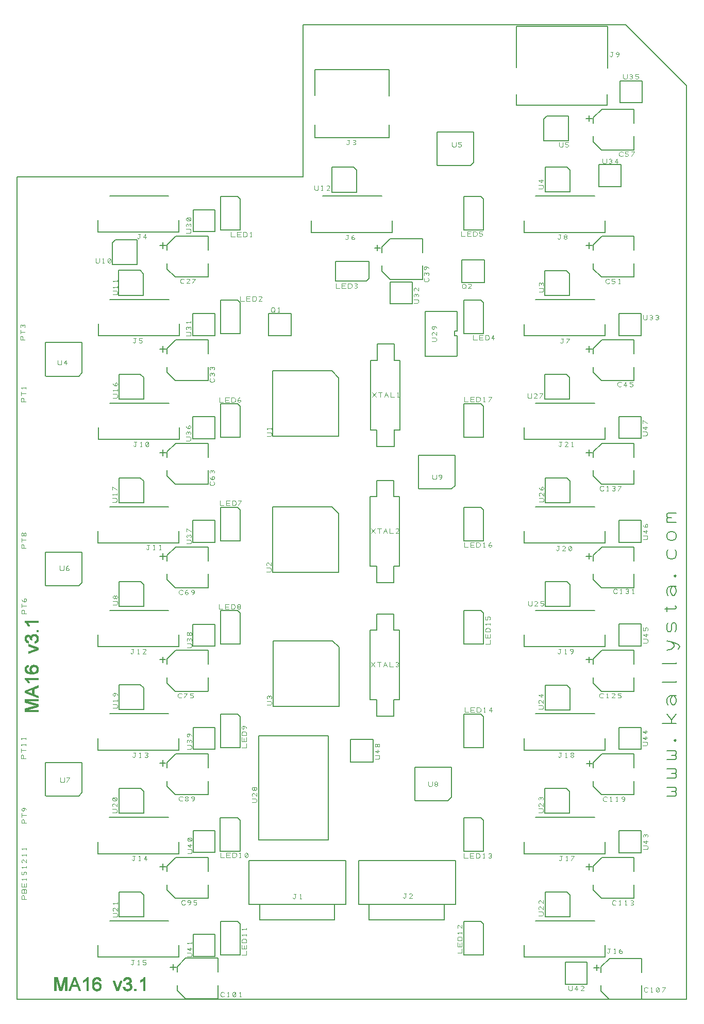
<source format=gbr>
%FSLAX35Y35*%
%MOIN*%
G04 EasyPC Gerber Version 18.0.8 Build 3632 *
%ADD15C,0.00100*%
%ADD13C,0.00394*%
%ADD10C,0.00500*%
%ADD12C,0.00787*%
X0Y0D02*
D02*
D10*
X39370Y39370D02*
Y570866D01*
X224409*
Y669291*
X433071*
X472441Y629921*
Y39370*
X39370*
X81201Y328248D02*
X81299Y328150D01*
Y308661*
X79134Y306496*
X58071*
X57677Y306890*
Y328248*
X81201*
X81299Y192421D02*
X81398Y192323D01*
Y172835*
X79232Y170669*
X58169*
X57776Y171063*
Y192421*
X81299*
Y463780D02*
X81398Y463681D01*
Y444193*
X79232Y442028*
X58169*
X57776Y442421*
Y463780*
X81299*
X91634Y133366D02*
X143996D01*
X91634Y140945D02*
Y133465D01*
X91732Y66535D02*
X144094D01*
X91732Y74114D02*
Y66634D01*
Y200394D02*
X144094D01*
X91732Y207972D02*
Y200492D01*
Y267323D02*
X144094D01*
X91732Y274902D02*
Y267421D01*
Y334252D02*
X144094D01*
X91732Y341831D02*
Y334350D01*
Y535236D02*
X144094D01*
X91732Y542815D02*
Y535335D01*
X91831Y401181D02*
X144193D01*
X91831Y408760D02*
Y401280D01*
Y468209D02*
X144193D01*
X91831Y475787D02*
Y468307D01*
X117028Y530413D02*
Y514370D01*
X100984*
Y528346*
X103051Y530413*
X117028*
X121063Y494390D02*
X105020D01*
Y510433*
X118996*
X121063Y508366*
Y494390*
X121161Y226476D02*
X105118D01*
Y242520*
X119094*
X121161Y240453*
Y226476*
Y360236D02*
X105118D01*
Y376280*
X119094*
X121161Y374213*
Y360236*
Y427362D02*
X105118D01*
Y443406*
X119094*
X121161Y441339*
Y427362*
X121260Y92520D02*
X105217D01*
Y108563*
X119193*
X121260Y106496*
Y92520*
Y159449D02*
X105217D01*
Y175492*
X119193*
X121260Y173425*
Y159449*
Y293307D02*
X105217D01*
Y309350*
X119193*
X121260Y307283*
Y293307*
X131496Y258760D02*
X135335D01*
X131594Y191831D02*
X135433D01*
X131693Y124803D02*
X135531D01*
X131693Y325591D02*
X135531D01*
X131693Y392618D02*
X135531D01*
X131693Y459547D02*
X135531D01*
X131693Y526476D02*
X135531D01*
X133465Y260728D02*
Y256890D01*
X133563Y193799D02*
Y189961D01*
X133661Y126772D02*
Y122933D01*
Y327559D02*
Y323720D01*
Y394587D02*
Y390748D01*
Y461516D02*
Y457677D01*
Y528445D02*
Y524606D01*
X136417Y113386D02*
Y109843D01*
X141732Y104528*
X162697*
X162795Y104626*
Y113386*
X136417Y121949D02*
Y125394D01*
X141929Y130906*
X162795*
Y121949*
X136417Y180315D02*
Y176772D01*
X141732Y171457*
X162697*
X162795Y171555*
Y180315*
X136417Y188878D02*
Y192323D01*
X141929Y197835*
X162795*
Y188878*
X136417Y247244D02*
Y243701D01*
X141732Y238386*
X162697*
X162795Y238484*
Y247244*
X136417Y255807D02*
Y259252D01*
X141929Y264764*
X162795*
Y255807*
X136417Y314173D02*
Y310630D01*
X141732Y305315*
X162697*
X162795Y305413*
Y314173*
X136417Y322736D02*
Y326181D01*
X141929Y331693*
X162795*
Y322736*
X136417Y381102D02*
Y377559D01*
X141732Y372244*
X162697*
X162795Y372343*
Y381102*
X136417Y389665D02*
Y393110D01*
X141929Y398622*
X162795*
Y389665*
X136417Y448031D02*
Y444488D01*
X141732Y439173*
X162697*
X162795Y439272*
Y448031*
X136417Y456594D02*
Y460039D01*
X141929Y465551*
X162795*
Y456594*
X136417Y514961D02*
Y511417D01*
X141732Y506102*
X162697*
X162795Y506201*
Y514961*
X136417Y523524D02*
Y526969D01*
X141929Y532480*
X162795*
Y523524*
X137303Y156791D02*
X99016D01*
X137402Y89961D02*
X99114D01*
X137402Y223819D02*
X99114D01*
X137402Y290748D02*
X99114D01*
X137402Y357677D02*
X99114D01*
X137402Y558661D02*
X99114D01*
X137500Y424606D02*
X99213D01*
X137500Y491634D02*
X99213D01*
X138287Y60039D02*
X142126D01*
X140256Y62008D02*
Y58169D01*
X142913Y48327D02*
Y44783D01*
X148228Y39469*
X169193*
X169291Y39567*
Y48327*
X142913Y56890D02*
Y60335D01*
X148425Y65846*
X169291*
Y56890*
X143996Y133465D02*
Y140945D01*
X144094Y66634D02*
Y74114D01*
Y200492D02*
Y207972D01*
Y267421D02*
Y274902D01*
Y334350D02*
Y341831D01*
Y535335D02*
Y542815D01*
X144193Y401280D02*
Y408760D01*
Y468307D02*
Y475787D01*
X153051Y267520D02*
X167224D01*
Y281693*
X153051*
Y267520*
Y334646D02*
X167224D01*
Y348819*
X153051*
Y334646*
Y401673D02*
X167224D01*
Y415846*
X153051*
Y401673*
Y468406D02*
X167224D01*
Y482579*
X153051*
Y468406*
X153150Y66929D02*
X167323D01*
Y81102*
X153150*
Y66929*
Y134154D02*
X167323D01*
Y148327*
X153150*
Y134154*
Y200886D02*
X167323D01*
Y215059*
X153150*
Y200886*
Y535433D02*
X167323D01*
Y549606*
X153150*
Y535433*
X170768Y156594D02*
X181791D01*
X183465Y154921*
Y134941*
X170768*
Y156594*
X170866Y89665D02*
X181890D01*
X183563Y87992*
Y68012*
X170866*
Y89665*
Y223524D02*
X181890D01*
X183563Y221850*
Y201870*
X170866*
Y223524*
Y290453D02*
X181890D01*
X183563Y288780*
Y268799*
X170866*
Y290453*
Y357382D02*
X181890D01*
X183563Y355709*
Y335728*
X170866*
Y357382*
Y424311D02*
X181890D01*
X183563Y422638*
Y402657*
X170866*
Y424311*
Y491142D02*
X181890D01*
X183563Y489469*
Y469488*
X170866*
Y491142*
Y558268D02*
X181890D01*
X183563Y556594*
Y536614*
X170866*
Y558268*
X189272Y100689D02*
X252067D01*
Y128937*
X189272*
Y100689*
X195571Y142421D02*
X240650D01*
Y209547*
X195571*
Y142421*
X196161Y90748D02*
X244685D01*
Y100591*
X196161*
Y90748*
X201811Y468110D02*
X216575D01*
Y482677*
X201811*
Y468110*
X229528Y535039D02*
X281890D01*
X229528Y542618D02*
Y535138D01*
X231791Y604626D02*
Y596161D01*
X279823*
Y604429*
X231791Y623622D02*
Y640256D01*
X279921*
Y623228*
X247441Y315157D02*
X204823D01*
X204724Y315256*
Y357579*
X243110*
X247441Y353248*
Y315157*
Y403150D02*
X204823D01*
X204724Y403248*
Y445571*
X242815*
X247441Y440945*
Y403150*
X247638Y228642D02*
X205020D01*
X204921Y228740*
Y271063*
X243406*
X247638Y266831*
Y228642*
X254862Y192539D02*
X269705D01*
Y207185*
X254862*
Y192539*
X258957Y561024D02*
X242913D01*
Y577165*
X256890*
X258957Y575098*
Y561024*
X260138Y100591D02*
X322933D01*
Y128839*
X260138*
Y100591*
X266831Y516142D02*
Y505118D01*
X265157Y503445*
X245177*
Y516142*
X266831*
X267028Y90650D02*
X315551D01*
Y100492*
X267028*
Y90650*
X270472Y525000D02*
X274311D01*
X272047Y288386D02*
X283071D01*
Y277953*
X283169Y277854*
X286614*
X286713Y277756*
Y233071*
X286614Y232972*
X283071*
X282972Y233071*
Y222343*
X271850*
Y232874*
X271752Y232972*
X267717*
Y277854*
X272047*
Y288386*
Y374705D02*
X283071D01*
Y364272*
X283169Y364173*
X286614*
X286713Y364075*
Y319390*
X286614Y319291*
X283071*
X282972Y319390*
Y308661*
X271850*
Y319193*
X271752Y319291*
X267717*
Y364173*
X272047*
Y374705*
X272244Y462795D02*
X283268D01*
Y452362*
X283366Y452264*
X286811*
X286909Y452165*
Y407480*
X286811Y407382*
X283268*
X283169Y407480*
Y396752*
X272047*
Y407283*
X271949Y407382*
X267913*
Y452264*
X272244*
Y462795*
X272441Y526969D02*
Y523130D01*
X275197Y513484D02*
Y509941D01*
X280512Y504626*
X301476*
X301575Y504724*
Y513484*
X275197Y522047D02*
Y525492D01*
X280709Y531004*
X301575*
Y522047*
X275197Y558465D02*
X236909D01*
X280610Y488878D02*
X294783D01*
Y503051*
X280610*
Y488878*
X281890Y535138D02*
Y542618D01*
X320079Y189370D02*
X320177Y189272D01*
Y169783*
X318012Y167618*
X296949*
X296555Y168012*
Y189370*
X320079*
X322441Y390945D02*
X322539Y390846D01*
Y371358*
X320374Y369193*
X299311*
X298917Y369587*
Y390945*
X322441*
X323720Y483858D02*
X323917Y483661D01*
Y471358*
X323819Y471260*
X322146*
Y468406*
X323819*
Y455118*
X323720Y455020*
X303150*
Y483858*
X323720*
X326870Y502559D02*
X341535D01*
Y517126*
X326870*
Y502559*
X328346Y89665D02*
X339370D01*
X341043Y87992*
Y68012*
X328346*
Y89665*
Y156594D02*
X339370D01*
X341043Y154921*
Y134941*
X328346*
Y156594*
Y223524D02*
X339370D01*
X341043Y221850*
Y201870*
X328346*
Y223524*
Y290453D02*
X339370D01*
X341043Y288780*
Y268799*
X328346*
Y290453*
Y357382D02*
X339370D01*
X341043Y355709*
Y335728*
X328346*
Y357382*
Y424311D02*
X339370D01*
X341043Y422638*
Y402657*
X328346*
Y424311*
Y491240D02*
X339370D01*
X341043Y489567*
Y469587*
X328346*
Y491240*
Y558169D02*
X339370D01*
X341043Y556496*
Y536516*
X328346*
Y558169*
X334547Y599902D02*
X334646Y599803D01*
Y580315*
X332480Y578150*
X311417*
X311024Y578543*
Y599902*
X334547*
X362303Y624213D02*
Y617224D01*
X420866*
Y624114*
X362303Y641732D02*
Y668110D01*
X421161*
Y641339*
X367323Y66535D02*
X419685D01*
X367323Y74114D02*
Y66634D01*
Y133366D02*
X419685D01*
X367323Y140945D02*
Y133465D01*
Y200394D02*
X419685D01*
X367323Y207972D02*
Y200492D01*
Y267224D02*
X419685D01*
X367323Y274803D02*
Y267323D01*
Y334252D02*
X419685D01*
X367323Y341831D02*
Y334350D01*
Y401280D02*
X419685D01*
X367323Y408858D02*
Y401378D01*
Y468110D02*
X419685D01*
X367323Y475689D02*
Y468209D01*
Y535039D02*
X419685D01*
X367323Y542618D02*
Y535138D01*
X393799Y49016D02*
X407972D01*
Y63189*
X393799*
Y49016*
X395866Y610236D02*
Y594193D01*
X379823*
Y608169*
X381890Y610236*
X395866*
X396654Y427165D02*
X380610D01*
Y443209*
X394587*
X396654Y441142*
Y427165*
X396752Y159449D02*
X380709D01*
Y175492*
X394685*
X396752Y173425*
Y159449*
Y494193D02*
X380709D01*
Y510236*
X394685*
X396752Y508169*
Y494193*
X396850Y92520D02*
X380807D01*
Y108563*
X394783*
X396850Y106496*
Y92520*
Y226378D02*
X380807D01*
Y242421*
X394783*
X396850Y240354*
Y226378*
Y293307D02*
X380807D01*
Y309350*
X394783*
X396850Y307283*
Y293307*
Y360236D02*
X380807D01*
Y376280*
X394783*
X396850Y374213*
Y360236*
Y561122D02*
X380807D01*
Y577165*
X394783*
X396850Y575098*
Y561122*
X407185Y325689D02*
X411024D01*
X407283Y258760D02*
X411122D01*
X407283Y459547D02*
X411122D01*
X407283Y526476D02*
X411122D01*
X407283Y608661D02*
X411122D01*
X407382Y124803D02*
X411220D01*
X407382Y392618D02*
X411220D01*
X407480Y191732D02*
X411319D01*
X409154Y327657D02*
Y323819D01*
X409252Y260728D02*
Y256890D01*
Y461516D02*
Y457677D01*
Y528445D02*
Y524606D01*
Y610630D02*
Y606791D01*
X409350Y126772D02*
Y122933D01*
Y394587D02*
Y390748D01*
X409449Y193701D02*
Y189862D01*
X412008Y113386D02*
Y109843D01*
X417323Y104528*
X438287*
X438386Y104626*
Y113386*
X412008Y121949D02*
Y125394D01*
X417520Y130906*
X438386*
Y121949*
X412008Y180315D02*
Y176772D01*
X417323Y171457*
X438287*
X438386Y171555*
Y180315*
X412008Y188878D02*
Y192323D01*
X417520Y197835*
X438386*
Y188878*
X412008Y247244D02*
Y243701D01*
X417323Y238386*
X438287*
X438386Y238484*
Y247244*
X412008Y255807D02*
Y259252D01*
X417520Y264764*
X438386*
Y255807*
X412008Y314173D02*
Y310630D01*
X417323Y305315*
X438287*
X438386Y305413*
Y314173*
X412008Y322736D02*
Y326181D01*
X417520Y331693*
X438386*
Y322736*
X412008Y381102D02*
Y377559D01*
X417323Y372244*
X438287*
X438386Y372343*
Y381102*
X412008Y389665D02*
Y393110D01*
X417520Y398622*
X438386*
Y389665*
X412008Y448031D02*
Y444488D01*
X417323Y439173*
X438287*
X438386Y439272*
Y448031*
X412008Y456594D02*
Y460039D01*
X417520Y465551*
X438386*
Y456594*
X412008Y514961D02*
Y511417D01*
X417323Y506102*
X438287*
X438386Y506201*
Y514961*
X412008Y523524D02*
Y526969D01*
X417520Y532480*
X438386*
Y523524*
X412008Y597146D02*
Y593602D01*
X417323Y588287*
X438287*
X438386Y588386*
Y597146*
X412008Y605709D02*
Y609154D01*
X417520Y614665*
X438386*
Y605709*
X412205Y59646D02*
X416043D01*
X412992Y89961D02*
X374705D01*
X412992Y156791D02*
X374705D01*
X412992Y223819D02*
X374705D01*
X412992Y290650D02*
X374705D01*
X412992Y357677D02*
X374705D01*
X412992Y424705D02*
X374705D01*
X412992Y491535D02*
X374705D01*
X412992Y558465D02*
X374705D01*
X414173Y61614D02*
Y57776D01*
X415748Y564665D02*
X429921D01*
Y578839*
X415748*
Y564665*
X417028Y48130D02*
Y44587D01*
X422343Y39272*
X443307*
X443406Y39370*
Y48130*
X417028Y56693D02*
Y60138D01*
X422539Y65650*
X443406*
Y56693*
X419685Y66634D02*
Y74114D01*
Y133465D02*
Y140945D01*
Y200492D02*
Y207972D01*
Y267323D02*
Y274803D01*
Y334350D02*
Y341831D01*
Y401378D02*
Y408858D01*
Y468209D02*
Y475689D01*
Y535138D02*
Y542618D01*
X428740Y134055D02*
X442913D01*
Y148228*
X428740*
Y134055*
Y200886D02*
X442913D01*
Y215059*
X428740*
Y200886*
Y267717D02*
X442913D01*
Y281890*
X428740*
Y267717*
Y334646D02*
X442913D01*
Y348819*
X428740*
Y334646*
Y401772D02*
X442913D01*
Y415945*
X428740*
Y401772*
Y468406D02*
X442913D01*
Y482579*
X428740*
Y468406*
X429429Y618898D02*
X443602D01*
Y633071*
X429429*
Y618898*
D02*
D12*
X459695Y170472D02*
X464862D01*
X465600Y171211*
Y172687*
X464862Y173425*
X462648*
X464862D02*
X465600Y174163D01*
Y175640*
X464862Y176378*
X459695*
Y182283D02*
X464862D01*
X465600Y183022*
Y184498*
X464862Y185236*
X462648*
X464862D02*
X465600Y185974D01*
Y187451*
X464862Y188189*
X459695*
Y194094D02*
X464862D01*
X465600Y194833*
Y196309*
X464862Y197047*
X462648*
X464862D02*
X465600Y197785D01*
Y199262*
X464862Y200000*
X459695*
X465600Y206644D02*
X464862Y207382D01*
X464124Y206644*
X464862Y205906*
X465600Y206644*
Y217717D02*
X456742D01*
X462648D02*
Y219931D01*
X459695Y223622*
X462648Y219931D02*
X465600Y223622D01*
X460433Y229528D02*
X459695Y231004D01*
Y233219*
X460433Y234695*
X461909Y235433*
X464124*
X464862Y234695*
X465600Y233219*
Y231742*
X464862Y230266*
X464124Y229528*
X463386*
X462648Y230266*
X461909Y231742*
Y233219*
X462648Y234695*
X463386Y235433*
X464124D02*
X465600D01*
Y245030D02*
Y244291D01*
X456742*
X465600Y256841D02*
Y256102D01*
X456742*
X459695Y264961D02*
X462648Y265699D01*
X464124Y267175*
Y268652*
X462648Y270128*
X459695Y270866*
X462648Y270128D02*
X465600Y269390D01*
X467077Y268652*
X467815Y267175*
X467077Y265699*
X464862Y276772D02*
X465600Y278248D01*
Y281201*
X464862Y282677*
X463386*
X462648Y281201*
Y278248*
X461909Y276772*
X460433*
X459695Y278248*
Y281201*
X460433Y282677*
X459695Y290059D02*
Y293012D01*
X458219Y291535D02*
X464862D01*
X465600Y292274*
Y293012*
X464862Y293750*
X460433Y300394D02*
X459695Y301870D01*
Y304085*
X460433Y305561*
X461909Y306299*
X464124*
X464862Y305561*
X465600Y304085*
Y302608*
X464862Y301132*
X464124Y300394*
X463386*
X462648Y301132*
X461909Y302608*
Y304085*
X462648Y305561*
X463386Y306299*
X464124D02*
X465600D01*
Y312943D02*
X464862Y313681D01*
X464124Y312943*
X464862Y312205*
X465600Y312943*
X460433Y329921D02*
X459695Y328445D01*
Y326230*
X460433Y324754*
X461909Y324016*
X463386*
X464862Y324754*
X465600Y326230*
Y328445*
X464862Y329921*
X463386Y335827D02*
X464862Y336565D01*
X465600Y338041*
Y339518*
X464862Y340994*
X463386Y341732*
X461909*
X460433Y340994*
X459695Y339518*
Y338041*
X460433Y336565*
X461909Y335827*
X463386*
X465600Y347638D02*
X459695D01*
X460433D02*
X459695Y348376D01*
Y349852*
X460433Y350591*
X462648*
X460433D02*
X459695Y351329D01*
Y352805*
X460433Y353543*
X465600*
D02*
D13*
X44439Y465551D02*
X41486D01*
Y467274*
X41732Y467766*
X42224Y468012*
X42717Y467766*
X42963Y467274*
Y465551*
X44439Y470719D02*
X41486D01*
Y469488D02*
Y471949D01*
X44193Y473671D02*
X44439Y474163D01*
Y474656*
X44193Y475148*
X43701Y475394*
X43209Y475148*
X42963Y474656*
Y474163*
Y474656D02*
X42717Y475148D01*
X42224Y475394*
X41732Y475148*
X41486Y474656*
Y474163*
X41732Y473671*
X44833Y194980D02*
X41880D01*
Y196703*
X42126Y197195*
X42618Y197441*
X43110Y197195*
X43356Y196703*
Y194980*
X44833Y200148D02*
X41880D01*
Y198917D02*
Y201378D01*
X44833Y203346D02*
Y204331D01*
Y203839D02*
X41880D01*
X42372Y203346*
X44833Y207283D02*
Y208268D01*
Y207776D02*
X41880D01*
X42372Y207283*
X44931Y425591D02*
X41978D01*
Y427313*
X42224Y427805*
X42717Y428051*
X43209Y427805*
X43455Y427313*
Y425591*
X44931Y430758D02*
X41978D01*
Y429528D02*
Y431988D01*
X44931Y433957D02*
Y434941D01*
Y434449D02*
X41978D01*
X42470Y433957*
X45089Y330945D02*
X42136D01*
Y332667*
X42382Y333159*
X42874Y333406*
X43366Y333159*
X43612Y332667*
Y330945*
X45089Y336112D02*
X42136D01*
Y334882D02*
Y337343D01*
X43612Y339557D02*
Y340049D01*
X43366Y340541*
X42874Y340787*
X42382Y340541*
X42136Y340049*
Y339557*
X42382Y339065*
X42874Y338819*
X43366Y339065*
X43612Y339557*
X43858Y339065*
X44350Y338819*
X44843Y339065*
X45089Y339557*
Y340049*
X44843Y340541*
X44350Y340787*
X43858Y340541*
X43612Y340049*
X45325Y104035D02*
X42372D01*
Y105758*
X42618Y106250*
X43110Y106496*
X43602Y106250*
X43848Y105758*
Y104035*
Y109695D02*
X44094Y110187D01*
X44587Y110433*
X45079Y110187*
X45325Y109695*
Y107972*
X42372*
Y109695*
X42618Y110187*
X43110Y110433*
X43602Y110187*
X43848Y109695*
Y107972*
X45325Y111909D02*
X42372D01*
Y114370*
X43848Y113878D02*
Y111909D01*
X45325D02*
Y114370D01*
Y116339D02*
Y117323D01*
Y116831D02*
X42372D01*
X42864Y116339*
X45079Y119783D02*
X45325Y120276D01*
Y121014*
X45079Y121506*
X44587Y121752*
X44341*
X43848Y121506*
X43602Y121014*
Y119783*
X42372*
Y121752*
X45325Y124213D02*
Y125197D01*
Y124705D02*
X42372D01*
X42864Y124213*
X45325Y129626D02*
Y127657D01*
X43602Y129380*
X43110Y129626*
X42618Y129380*
X42372Y128888*
Y128150*
X42618Y127657*
X45325Y132087D02*
Y133071D01*
Y132579D02*
X42372D01*
X42864Y132087*
X45325Y136024D02*
Y137008D01*
Y136516D02*
X42372D01*
X42864Y136024*
X45325Y153150D02*
X42372D01*
Y154872*
X42618Y155364*
X43110Y155610*
X43602Y155364*
X43848Y154872*
Y153150*
X45325Y158317D02*
X42372D01*
Y157087D02*
Y159547D01*
X45325Y161762D02*
X45079Y162254D01*
X44587Y162746*
X43848Y162992*
X43110*
X42618Y162746*
X42372Y162254*
Y161762*
X42618Y161270*
X43110Y161024*
X43602Y161270*
X43848Y161762*
Y162254*
X43602Y162746*
X43110Y162992*
X45325Y288543D02*
X42372D01*
Y290266*
X42618Y290758*
X43110Y291004*
X43602Y290758*
X43848Y290266*
Y288543*
X45325Y293711D02*
X42372D01*
Y292480D02*
Y294941D01*
X44587Y296417D02*
X44094Y296663D01*
X43848Y297156*
Y297648*
X44094Y298140*
X44587Y298386*
X45079Y298140*
X45325Y297648*
Y297156*
X45079Y296663*
X44587Y296417*
X43848*
X43110Y296663*
X42618Y297156*
X42372Y297648*
X65650Y452411D02*
Y450197D01*
X65896Y449705*
X66388Y449459*
X67372*
X67864Y449705*
X68110Y450197*
Y452411*
X70817Y449459D02*
Y452411D01*
X69587Y450443*
X71555*
X67028Y319439D02*
Y317224D01*
X67274Y316732*
X67766Y316486*
X68750*
X69242Y316732*
X69488Y317224*
Y319439*
X70965Y317224D02*
X71211Y317717D01*
X71703Y317963*
X72195*
X72687Y317717*
X72933Y317224*
X72687Y316732*
X72195Y316486*
X71703*
X71211Y316732*
X70965Y317224*
Y317963*
X71211Y318701*
X71703Y319193*
X72195Y319439*
X67323Y182431D02*
Y180217D01*
X67569Y179724*
X68061Y179478*
X69045*
X69537Y179724*
X69783Y180217*
Y182431*
X71260Y179478D02*
X73228Y182431D01*
X71260*
X90157Y518258D02*
Y516043D01*
X90404Y515551*
X90896Y515305*
X91880*
X92372Y515551*
X92618Y516043*
Y518258*
X94587Y515305D02*
X95571D01*
X95079D02*
Y518258D01*
X94587Y517766*
X98278Y515551D02*
X98770Y515305D01*
X99262*
X99754Y515551*
X100000Y516043*
Y517520*
X99754Y518012*
X99262Y518258*
X98770*
X98278Y518012*
X98031Y517520*
Y516043*
X98278Y515551*
X99754Y518012*
X100837Y360728D02*
X103051D01*
X103543Y360974*
X103789Y361467*
Y362451*
X103543Y362943*
X103051Y363189*
X100837*
X103789Y365157D02*
Y366142D01*
Y365650D02*
X100837D01*
X101329Y365157*
X103789Y368602D02*
X100837Y370571D01*
Y368602*
X100935Y159843D02*
X103150D01*
X103642Y160089*
X103888Y160581*
Y161565*
X103642Y162057*
X103150Y162303*
X100935*
X103888Y165748D02*
Y163780D01*
X102165Y165502*
X101673Y165748*
X101181Y165502*
X100935Y165010*
Y164272*
X101181Y163780*
X103642Y167963D02*
X103888Y168455D01*
Y168947*
X103642Y169439*
X103150Y169685*
X101673*
X101181Y169439*
X100935Y168947*
Y168455*
X101181Y167963*
X101673Y167717*
X103150*
X103642Y167963*
X101181Y169439*
X101230Y227461D02*
X103445D01*
X103937Y227707*
X104183Y228199*
Y229183*
X103937Y229675*
X103445Y229921*
X101230*
X104183Y231890D02*
Y232874D01*
Y232382D02*
X101230D01*
X101722Y231890*
X104183Y236073D02*
X103937Y236565D01*
X103445Y237057*
X102707Y237303*
X101969*
X101476Y237057*
X101230Y236565*
Y236073*
X101476Y235581*
X101969Y235335*
X102461Y235581*
X102707Y236073*
Y236565*
X102461Y237057*
X101969Y237303*
X101230Y428051D02*
X103445D01*
X103937Y428297*
X104183Y428789*
Y429774*
X103937Y430266*
X103445Y430512*
X101230*
X104183Y432480D02*
Y433465D01*
Y432972D02*
X101230D01*
X101722Y432480*
X103445Y435925D02*
X102953Y436171D01*
X102707Y436663*
Y437156*
X102953Y437648*
X103445Y437894*
X103937Y437648*
X104183Y437156*
Y436663*
X103937Y436171*
X103445Y435925*
X102707*
X101969Y436171*
X101476Y436663*
X101230Y437156*
X101329Y92441D02*
X103543D01*
X104035Y92687*
X104281Y93179*
Y94163*
X104035Y94656*
X103543Y94902*
X101329*
X104281Y98346D02*
Y96378D01*
X102559Y98100*
X102067Y98346*
X101575Y98100*
X101329Y97608*
Y96870*
X101575Y96378*
X104281Y100807D02*
Y101791D01*
Y101299D02*
X101329D01*
X101821Y100807*
X101329Y294291D02*
X103543D01*
X104035Y294537*
X104281Y295030*
Y296014*
X104035Y296506*
X103543Y296752*
X101329*
X102805Y298967D02*
Y299459D01*
X102559Y299951*
X102067Y300197*
X101575Y299951*
X101329Y299459*
Y298967*
X101575Y298474*
X102067Y298228*
X102559Y298474*
X102805Y298967*
X103051Y298474*
X103543Y298228*
X104035Y298474*
X104281Y298967*
Y299459*
X104035Y299951*
X103543Y300197*
X103051Y299951*
X102805Y299459*
X101329Y494783D02*
X103543D01*
X104035Y495030*
X104281Y495522*
Y496506*
X104035Y496998*
X103543Y497244*
X101329*
X104281Y499213D02*
Y500197D01*
Y499705D02*
X101329D01*
X101821Y499213*
X104281Y503150D02*
Y504134D01*
Y503642D02*
X101329D01*
X101821Y503150*
X112795Y263238D02*
X113041Y262992D01*
X113533Y262746*
X114026Y262992*
X114272Y263238*
Y265699*
X114764*
X114272D02*
X113287D01*
X117224Y262746D02*
X118209D01*
X117717D02*
Y265699D01*
X117224Y265207*
X122638Y262746D02*
X120669D01*
X122392Y264469*
X122638Y264961*
X122392Y265453*
X121900Y265699*
X121161*
X120669Y265453*
X112894Y62057D02*
X113140Y61811D01*
X113632Y61565*
X114124Y61811*
X114370Y62057*
Y64518*
X114862*
X114370D02*
X113386D01*
X117323Y61565D02*
X118307D01*
X117815D02*
Y64518D01*
X117323Y64026*
X120768Y61811D02*
X121260Y61565D01*
X121998*
X122490Y61811*
X122736Y62303*
Y62549*
X122490Y63041*
X121998Y63287*
X120768*
Y64518*
X122736*
X113583Y129478D02*
X113829Y129232D01*
X114321Y128986*
X114813Y129232*
X115059Y129478*
Y131939*
X115551*
X115059D02*
X114075D01*
X118012Y128986D02*
X118996D01*
X118504D02*
Y131939D01*
X118012Y131447*
X122687Y128986D02*
Y131939D01*
X121457Y129970*
X123425*
X113976Y196211D02*
X114222Y195965D01*
X114715Y195719*
X115207Y195965*
X115453Y196211*
Y198671*
X115945*
X115453D02*
X114469D01*
X118406Y195719D02*
X119390D01*
X118898D02*
Y198671D01*
X118406Y198179*
X122096Y195965D02*
X122589Y195719D01*
X123081*
X123573Y195965*
X123819Y196457*
X123573Y196949*
X123081Y197195*
X122589*
X123081D02*
X123573Y197441D01*
X123819Y197933*
X123573Y198425*
X123081Y198671*
X122589*
X122096Y198425*
X114272Y464026D02*
X114518Y463780D01*
X115010Y463533*
X115502Y463780*
X115748Y464026*
Y466486*
X116240*
X115748D02*
X114764D01*
X118209Y463780D02*
X118701Y463533D01*
X119439*
X119931Y463780*
X120177Y464272*
Y464518*
X119931Y465010*
X119439Y465256*
X118209*
Y466486*
X120177*
X114567Y397096D02*
X114813Y396850D01*
X115305Y396604*
X115797Y396850*
X116043Y397096*
Y399557*
X116535*
X116043D02*
X115059D01*
X118996Y396604D02*
X119980D01*
X119488D02*
Y399557D01*
X118996Y399065*
X122687Y396850D02*
X123179Y396604D01*
X123671*
X124163Y396850*
X124409Y397343*
Y398819*
X124163Y399311*
X123671Y399557*
X123179*
X122687Y399311*
X122441Y398819*
Y397343*
X122687Y396850*
X124163Y399311*
X117126Y531545D02*
X117372Y531299D01*
X117864Y531053*
X118356Y531299*
X118602Y531545*
Y534006*
X119094*
X118602D02*
X117618D01*
X122293Y531053D02*
Y534006D01*
X121063Y532037*
X123031*
X122933Y330561D02*
X123179Y330315D01*
X123671Y330069*
X124163Y330315*
X124409Y330561*
Y333022*
X124902*
X124409D02*
X123425D01*
X127362Y330069D02*
X128346D01*
X127854D02*
Y333022D01*
X127362Y332530*
X131299Y330069D02*
X132283D01*
X131791D02*
Y333022D01*
X131299Y332530*
X145866Y234596D02*
X145620Y234350D01*
X145128Y234104*
X144390*
X143898Y234350*
X143652Y234596*
X143406Y235089*
Y236073*
X143652Y236565*
X143898Y236811*
X144390Y237057*
X145128*
X145620Y236811*
X145866Y236565*
X147343Y234104D02*
X149311Y237057D01*
X147343*
X151280Y234350D02*
X151772Y234104D01*
X152510*
X153002Y234350*
X153248Y234843*
Y235089*
X153002Y235581*
X152510Y235827*
X151280*
Y237057*
X153248*
X146457Y301427D02*
X146211Y301181D01*
X145719Y300935*
X144980*
X144488Y301181*
X144242Y301427*
X143996Y301919*
Y302904*
X144242Y303396*
X144488Y303642*
X144980Y303888*
X145719*
X146211Y303642*
X146457Y303396*
X147933Y301673D02*
X148179Y302165D01*
X148671Y302411*
X149163*
X149656Y302165*
X149902Y301673*
X149656Y301181*
X149163Y300935*
X148671*
X148179Y301181*
X147933Y301673*
Y302411*
X148179Y303150*
X148671Y303642*
X149163Y303888*
X152608Y300935D02*
X153100Y301181D01*
X153593Y301673*
X153839Y302411*
Y303150*
X153593Y303642*
X153100Y303888*
X152608*
X152116Y303642*
X151870Y303150*
X152116Y302657*
X152608Y302411*
X153100*
X153593Y302657*
X153839Y303150*
X146555Y167963D02*
X146309Y167717D01*
X145817Y167470*
X145079*
X144587Y167717*
X144341Y167963*
X144094Y168455*
Y169439*
X144341Y169931*
X144587Y170177*
X145079Y170423*
X145817*
X146309Y170177*
X146555Y169931*
X148770Y168947D02*
X149262D01*
X149754Y169193*
X150000Y169685*
X149754Y170177*
X149262Y170423*
X148770*
X148278Y170177*
X148031Y169685*
X148278Y169193*
X148770Y168947*
X148278Y168701*
X148031Y168209*
X148278Y167717*
X148770Y167470*
X149262*
X149754Y167717*
X150000Y168209*
X149754Y168701*
X149262Y168947*
X152707Y167470D02*
X153199Y167717D01*
X153691Y168209*
X153937Y168947*
Y169685*
X153691Y170177*
X153199Y170423*
X152707*
X152215Y170177*
X151969Y169685*
X152215Y169193*
X152707Y168947*
X153199*
X153691Y169193*
X153937Y169685*
X147343Y502608D02*
X147096Y502362D01*
X146604Y502116*
X145866*
X145374Y502362*
X145128Y502608*
X144882Y503100*
Y504085*
X145128Y504577*
X145374Y504823*
X145866Y505069*
X146604*
X147096Y504823*
X147343Y504577*
X150787Y502116D02*
X148819D01*
X150541Y503839*
X150787Y504331*
X150541Y504823*
X150049Y505069*
X149311*
X148819Y504823*
X152756Y502116D02*
X154724Y505069D01*
X152756*
X148031Y100837D02*
X147785Y100591D01*
X147293Y100344*
X146555*
X146063Y100591*
X145817Y100837*
X145571Y101329*
Y102313*
X145817Y102805*
X146063Y103051*
X146555Y103297*
X147293*
X147785Y103051*
X148031Y102805*
X150246Y100344D02*
X150738Y100591D01*
X151230Y101083*
X151476Y101821*
Y102559*
X151230Y103051*
X150738Y103297*
X150246*
X149754Y103051*
X149508Y102559*
X149754Y102067*
X150246Y101821*
X150738*
X151230Y102067*
X151476Y102559*
X153445Y100591D02*
X153937Y100344D01*
X154675*
X155167Y100591*
X155413Y101083*
Y101329*
X155167Y101821*
X154675Y102067*
X153445*
Y103297*
X155413*
X148573Y400394D02*
X150787D01*
X151280Y400640*
X151526Y401132*
Y402116*
X151280Y402608*
X150787Y402854*
X148573*
X151280Y404577D02*
X151526Y405069D01*
Y405561*
X151280Y406053*
X150787Y406299*
X150295Y406053*
X150049Y405561*
Y405069*
Y405561D02*
X149803Y406053D01*
X149311Y406299*
X148819Y406053*
X148573Y405561*
Y405069*
X148819Y404577*
X150787Y408268D02*
X150295Y408514D01*
X150049Y409006*
Y409498*
X150295Y409990*
X150787Y410236*
X151280Y409990*
X151526Y409498*
Y409006*
X151280Y408514*
X150787Y408268*
X150049*
X149311Y408514*
X148819Y409006*
X148573Y409498*
X148770Y468110D02*
X150984D01*
X151476Y468356*
X151722Y468848*
Y469833*
X151476Y470325*
X150984Y470571*
X148770*
X151476Y472293D02*
X151722Y472785D01*
Y473278*
X151476Y473770*
X150984Y474016*
X150492Y473770*
X150246Y473278*
Y472785*
Y473278D02*
X150000Y473770D01*
X149508Y474016*
X149016Y473770*
X148770Y473278*
Y472785*
X149016Y472293*
X151722Y476476D02*
Y477461D01*
Y476969D02*
X148770D01*
X149262Y476476*
X148770Y534744D02*
X150984D01*
X151476Y534990*
X151722Y535482*
Y536467*
X151476Y536959*
X150984Y537205*
X148770*
X151476Y538927D02*
X151722Y539419D01*
Y539911*
X151476Y540404*
X150984Y540650*
X150492Y540404*
X150246Y539911*
Y539419*
Y539911D02*
X150000Y540404D01*
X149508Y540650*
X149016Y540404*
X148770Y539911*
Y539419*
X149016Y538927*
X151476Y542864D02*
X151722Y543356D01*
Y543848*
X151476Y544341*
X150984Y544587*
X149508*
X149016Y544341*
X148770Y543848*
Y543356*
X149016Y542864*
X149508Y542618*
X150984*
X151476Y542864*
X149016Y544341*
X148868Y333760D02*
X151083D01*
X151575Y334006*
X151821Y334498*
Y335482*
X151575Y335974*
X151083Y336220*
X148868*
X151575Y337943D02*
X151821Y338435D01*
Y338927*
X151575Y339419*
X151083Y339665*
X150591Y339419*
X150344Y338927*
Y338435*
Y338927D02*
X150098Y339419D01*
X149606Y339665*
X149114Y339419*
X148868Y338927*
Y338435*
X149114Y337943*
X151821Y341634D02*
X148868Y343602D01*
Y341634*
X149163Y200984D02*
X151378D01*
X151870Y201230*
X152116Y201722*
Y202707*
X151870Y203199*
X151378Y203445*
X149163*
X151870Y205167D02*
X152116Y205659D01*
Y206152*
X151870Y206644*
X151378Y206890*
X150886Y206644*
X150640Y206152*
Y205659*
Y206152D02*
X150394Y206644D01*
X149902Y206890*
X149409Y206644*
X149163Y206152*
Y205659*
X149409Y205167*
X152116Y209596D02*
X151870Y210089D01*
X151378Y210581*
X150640Y210827*
X149902*
X149409Y210581*
X149163Y210089*
Y209596*
X149409Y209104*
X149902Y208858*
X150394Y209104*
X150640Y209596*
Y210089*
X150394Y210581*
X149902Y210827*
X149163Y266634D02*
X151378D01*
X151870Y266880*
X152116Y267372*
Y268356*
X151870Y268848*
X151378Y269094*
X149163*
X151870Y270817D02*
X152116Y271309D01*
Y271801*
X151870Y272293*
X151378Y272539*
X150886Y272293*
X150640Y271801*
Y271309*
Y271801D02*
X150394Y272293D01*
X149902Y272539*
X149409Y272293*
X149163Y271801*
Y271309*
X149409Y270817*
X150640Y275246D02*
Y275738D01*
X150394Y276230*
X149902Y276476*
X149409Y276230*
X149163Y275738*
Y275246*
X149409Y274754*
X149902Y274508*
X150394Y274754*
X150640Y275246*
X150886Y274754*
X151378Y274508*
X151870Y274754*
X152116Y275246*
Y275738*
X151870Y276230*
X151378Y276476*
X150886Y276230*
X150640Y275738*
X149360Y66831D02*
X151575D01*
X152067Y67077*
X152313Y67569*
Y68553*
X152067Y69045*
X151575Y69291*
X149360*
X152313Y71998D02*
X149360D01*
X151329Y70768*
Y72736*
X152313Y75197D02*
Y76181D01*
Y75689D02*
X149360D01*
X149852Y75197*
X149459Y133661D02*
X151673D01*
X152165Y133907*
X152411Y134400*
Y135384*
X152165Y135876*
X151673Y136122*
X149459*
X152411Y138829D02*
X149459D01*
X151427Y137598*
Y139567*
X152165Y141781D02*
X152411Y142274D01*
Y142766*
X152165Y143258*
X151673Y143504*
X150197*
X149705Y143258*
X149459Y142766*
Y142274*
X149705Y141781*
X150197Y141535*
X151673*
X152165Y141781*
X149705Y143258*
X166388Y373917D02*
X166634Y373671D01*
X166880Y373179*
Y372441*
X166634Y371949*
X166388Y371703*
X165896Y371457*
X164911*
X164419Y371703*
X164173Y371949*
X163927Y372441*
Y373179*
X164173Y373671*
X164419Y373917*
X166142Y375394D02*
X165650Y375640D01*
X165404Y376132*
Y376624*
X165650Y377116*
X166142Y377362*
X166634Y377116*
X166880Y376624*
Y376132*
X166634Y375640*
X166142Y375394*
X165404*
X164665Y375640*
X164173Y376132*
X163927Y376624*
X166634Y379577D02*
X166880Y380069D01*
Y380561*
X166634Y381053*
X166142Y381299*
X165650Y381053*
X165404Y380561*
Y380069*
Y380561D02*
X165157Y381053D01*
X164665Y381299*
X164173Y381053*
X163927Y380561*
Y380069*
X164173Y379577*
X166388Y440650D02*
X166634Y440404D01*
X166880Y439911*
Y439173*
X166634Y438681*
X166388Y438435*
X165896Y438189*
X164911*
X164419Y438435*
X164173Y438681*
X163927Y439173*
Y439911*
X164173Y440404*
X164419Y440650*
X166634Y442372D02*
X166880Y442864D01*
Y443356*
X166634Y443848*
X166142Y444094*
X165650Y443848*
X165404Y443356*
Y442864*
Y443356D02*
X165157Y443848D01*
X164665Y444094*
X164173Y443848*
X163927Y443356*
Y442864*
X164173Y442372*
X166634Y446309D02*
X166880Y446801D01*
Y447293*
X166634Y447785*
X166142Y448031*
X165650Y447785*
X165404Y447293*
Y446801*
Y447293D02*
X165157Y447785D01*
X164665Y448031*
X164173Y447785*
X163927Y447293*
Y446801*
X164173Y446309*
X169961Y294557D02*
Y291604D01*
X172421*
X173898D02*
Y294557D01*
X176358*
X175866Y293081D02*
X173898D01*
Y291604D02*
X176358D01*
X177835D02*
Y294557D01*
X179311*
X179803Y294311*
X180049Y294065*
X180295Y293573*
Y292589*
X180049Y292096*
X179803Y291850*
X179311Y291604*
X177835*
X182510Y293081D02*
X183002D01*
X183494Y293327*
X183740Y293819*
X183494Y294311*
X183002Y294557*
X182510*
X182018Y294311*
X181772Y293819*
X182018Y293327*
X182510Y293081*
X182018Y292835*
X181772Y292343*
X182018Y291850*
X182510Y291604*
X183002*
X183494Y291850*
X183740Y292343*
X183494Y292835*
X183002Y293081*
X170157Y428179D02*
Y425226D01*
X172618*
X174094D02*
Y428179D01*
X176555*
X176063Y426703D02*
X174094D01*
Y425226D02*
X176555D01*
X178031D02*
Y428179D01*
X179508*
X180000Y427933*
X180246Y427687*
X180492Y427195*
Y426211*
X180246Y425719*
X180000Y425472*
X179508Y425226*
X178031*
X181969Y425965D02*
X182215Y426457D01*
X182707Y426703*
X183199*
X183691Y426457*
X183937Y425965*
X183691Y425472*
X183199Y425226*
X182707*
X182215Y425472*
X181969Y425965*
Y426703*
X182215Y427441*
X182707Y427933*
X183199Y428179*
X170630Y361486D02*
Y358533D01*
X173091*
X174567D02*
Y361486D01*
X177028*
X176535Y360010D02*
X174567D01*
Y358533D02*
X177028D01*
X178504D02*
Y361486D01*
X179980*
X180472Y361240*
X180719Y360994*
X180965Y360502*
Y359518*
X180719Y359026*
X180472Y358780*
X179980Y358533*
X178504*
X182441D02*
X184409Y361486D01*
X182441*
X170787Y133927D02*
Y130974D01*
X173248*
X174724D02*
Y133927D01*
X177185*
X176693Y132451D02*
X174724D01*
Y130974D02*
X177185D01*
X178661D02*
Y133927D01*
X180138*
X180630Y133681*
X180876Y133435*
X181122Y132943*
Y131959*
X180876Y131467*
X180630Y131220*
X180138Y130974*
X178661*
X183091D02*
X184075D01*
X183583D02*
Y133927D01*
X183091Y133435*
X186781Y131220D02*
X187274Y130974D01*
X187766*
X188258Y131220*
X188504Y131713*
Y133189*
X188258Y133681*
X187766Y133927*
X187274*
X186781Y133681*
X186535Y133189*
Y131713*
X186781Y131220*
X188258Y133681*
X173327Y41388D02*
X173081Y41142D01*
X172589Y40896*
X171850*
X171358Y41142*
X171112Y41388*
X170866Y41880*
Y42864*
X171112Y43356*
X171358Y43602*
X171850Y43848*
X172589*
X173081Y43602*
X173327Y43356*
X175295Y40896D02*
X176280D01*
X175787D02*
Y43848D01*
X175295Y43356*
X178986Y41142D02*
X179478Y40896D01*
X179970*
X180463Y41142*
X180709Y41634*
Y43110*
X180463Y43602*
X179970Y43848*
X179478*
X178986Y43602*
X178740Y43110*
Y41634*
X178986Y41142*
X180463Y43602*
X183169Y40896D02*
X184154D01*
X183661D02*
Y43848D01*
X183169Y43356*
X177717Y535187D02*
Y532234D01*
X180177*
X181654D02*
Y535187D01*
X184114*
X183622Y533711D02*
X181654D01*
Y532234D02*
X184114D01*
X185591D02*
Y535187D01*
X187067*
X187559Y534941*
X187805Y534695*
X188051Y534203*
Y533219*
X187805Y532726*
X187559Y532480*
X187067Y532234*
X185591*
X190020D02*
X191004D01*
X190512D02*
Y535187D01*
X190020Y534695*
X183701Y493691D02*
Y490738D01*
X186161*
X187638D02*
Y493691D01*
X190098*
X189606Y492215D02*
X187638D01*
Y490738D02*
X190098D01*
X191575D02*
Y493691D01*
X193051*
X193543Y493445*
X193789Y493199*
X194035Y492707*
Y491722*
X193789Y491230*
X193543Y490984*
X193051Y490738*
X191575*
X197480D02*
X195512D01*
X197234Y492461*
X197480Y492953*
X197234Y493445*
X196742Y493691*
X196004*
X195512Y493445*
X184596Y202067D02*
X187549D01*
Y204528*
Y206004D02*
X184596D01*
Y208465*
X186073Y207972D02*
Y206004D01*
X187549D02*
Y208465D01*
Y209941D02*
X184596D01*
Y211417*
X184843Y211909*
X185089Y212156*
X185581Y212402*
X186565*
X187057Y212156*
X187303Y211909*
X187549Y211417*
Y209941*
Y214616D02*
X187303Y215108D01*
X186811Y215600*
X186073Y215846*
X185335*
X184843Y215600*
X184596Y215108*
Y214616*
X184843Y214124*
X185335Y213878*
X185827Y214124*
X186073Y214616*
Y215108*
X185827Y215600*
X185335Y215846*
X184695Y68012D02*
X187648D01*
Y70472*
Y71949D02*
X184695D01*
Y74409*
X186171Y73917D02*
Y71949D01*
X187648D02*
Y74409D01*
Y75886D02*
X184695D01*
Y77362*
X184941Y77854*
X185187Y78100*
X185679Y78346*
X186663*
X187156Y78100*
X187402Y77854*
X187648Y77362*
Y75886*
Y80315D02*
Y81299D01*
Y80807D02*
X184695D01*
X185187Y80315*
X187648Y84252D02*
Y85236D01*
Y84744D02*
X184695D01*
X185187Y84252*
X191289Y166535D02*
X193504D01*
X193996Y166781*
X194242Y167274*
Y168258*
X193996Y168750*
X193504Y168996*
X191289*
X194242Y172441D02*
Y170472D01*
X192520Y172195*
X192028Y172441*
X191535Y172195*
X191289Y171703*
Y170965*
X191535Y170472*
X192766Y175148D02*
Y175640D01*
X192520Y176132*
X192028Y176378*
X191535Y176132*
X191289Y175640*
Y175148*
X191535Y174656*
X192028Y174409*
X192520Y174656*
X192766Y175148*
X193012Y174656*
X193504Y174409*
X193996Y174656*
X194242Y175148*
Y175640*
X193996Y176132*
X193504Y176378*
X193012Y176132*
X192766Y175640*
X203543Y484478D02*
Y485463D01*
X203789Y485955*
X204035Y486201*
X204528Y486447*
X205020*
X205512Y486201*
X205758Y485955*
X206004Y485463*
Y484478*
X205758Y483986*
X205512Y483740*
X205020Y483494*
X204528*
X204035Y483740*
X203789Y483986*
X203543Y484478*
X205266Y484232D02*
X206004Y483494D01*
X207972D02*
X208957D01*
X208465D02*
Y486447D01*
X207972Y485955*
X200640Y315650D02*
X202854D01*
X203346Y315896*
X203593Y316388*
Y317372*
X203346Y317864*
X202854Y318110*
X200640*
X203593Y321555D02*
Y319587D01*
X201870Y321309*
X201378Y321555*
X200886Y321309*
X200640Y320817*
Y320079*
X200886Y319587*
X200935Y229528D02*
X203150D01*
X203642Y229774*
X203888Y230266*
Y231250*
X203642Y231742*
X203150Y231988*
X200935*
X203642Y233711D02*
X203888Y234203D01*
Y234695*
X203642Y235187*
X203150Y235433*
X202657Y235187*
X202411Y234695*
Y234203*
Y234695D02*
X202165Y235187D01*
X201673Y235433*
X201181Y235187*
X200935Y234695*
Y234203*
X201181Y233711*
X200935Y403248D02*
X203150D01*
X203642Y403494*
X203888Y403986*
Y404970*
X203642Y405463*
X203150Y405709*
X200935*
X203888Y407677D02*
Y408661D01*
Y408169D02*
X200935D01*
X201427Y407677*
X217717Y104872D02*
X217963Y104626D01*
X218455Y104380*
X218947Y104626*
X219193Y104872*
Y107333*
X219685*
X219193D02*
X218209D01*
X222146Y104380D02*
X223130D01*
X222638D02*
Y107333D01*
X222146Y106841*
X231594Y565305D02*
Y563091D01*
X231841Y562598*
X232333Y562352*
X233317*
X233809Y562598*
X234055Y563091*
Y565305*
X236024Y562352D02*
X237008D01*
X236516D02*
Y565305D01*
X236024Y564813*
X241437Y562352D02*
X239469D01*
X241191Y564075*
X241437Y564567*
X241191Y565059*
X240699Y565305*
X239961*
X239469Y565059*
X245472Y502018D02*
Y499065D01*
X247933*
X249409D02*
Y502018D01*
X251870*
X251378Y500541D02*
X249409D01*
Y499065D02*
X251870D01*
X253346D02*
Y502018D01*
X254823*
X255315Y501772*
X255561Y501526*
X255807Y501033*
Y500049*
X255561Y499557*
X255315Y499311*
X254823Y499065*
X253346*
X257530Y499311D02*
X258022Y499065D01*
X258514*
X259006Y499311*
X259252Y499803*
X259006Y500295*
X258514Y500541*
X258022*
X258514D02*
X259006Y500787D01*
X259252Y501280*
X259006Y501772*
X258514Y502018*
X258022*
X257530Y501772*
X251772Y530955D02*
X252018Y530709D01*
X252510Y530463*
X253002Y530709*
X253248Y530955*
Y533415*
X253740*
X253248D02*
X252264D01*
X255709Y531201D02*
X255955Y531693D01*
X256447Y531939*
X256939*
X257431Y531693*
X257677Y531201*
X257431Y530709*
X256939Y530463*
X256447*
X255955Y530709*
X255709Y531201*
Y531939*
X255955Y532677*
X256447Y533169*
X256939Y533415*
X252362Y592274D02*
X252608Y592028D01*
X253100Y591781*
X253593Y592028*
X253839Y592274*
Y594734*
X254331*
X253839D02*
X252854D01*
X256545Y592028D02*
X257037Y591781D01*
X257530*
X258022Y592028*
X258268Y592520*
X258022Y593012*
X257530Y593258*
X257037*
X257530D02*
X258022Y593504D01*
X258268Y593996*
X258022Y594488*
X257530Y594734*
X257037*
X256545Y594488*
X268307Y254183D02*
X270768Y257136D01*
X268307D02*
X270768Y254183D01*
X273474D02*
Y257136D01*
X272244D02*
X274705D01*
X276181Y254183D02*
X277411Y257136D01*
X278642Y254183*
X276673Y255413D02*
X278150D01*
X280118Y257136D02*
Y254183D01*
X282579*
X284301Y254429D02*
X284793Y254183D01*
X285285*
X285778Y254429*
X286024Y254921*
X285778Y255413*
X285285Y255659*
X284793*
X285285D02*
X285778Y255906D01*
X286024Y256398*
X285778Y256890*
X285285Y257136*
X284793*
X284301Y256890*
X268406Y340600D02*
X270866Y343553D01*
X268406D02*
X270866Y340600D01*
X273573D02*
Y343553D01*
X272343D02*
X274803D01*
X276280Y340600D02*
X277510Y343553D01*
X278740Y340600*
X276772Y341831D02*
X278248D01*
X280217Y343553D02*
Y340600D01*
X282677*
X286122D02*
X284154D01*
X285876Y342323*
X286122Y342815*
X285876Y343307*
X285384Y343553*
X284646*
X284154Y343307*
X268996Y428691D02*
X271457Y431644D01*
X268996D02*
X271457Y428691D01*
X274163D02*
Y431644D01*
X272933D02*
X275394D01*
X276870Y428691D02*
X278100Y431644D01*
X279331Y428691*
X277362Y429921D02*
X278839D01*
X280807Y431644D02*
Y428691D01*
X283268*
X285236D02*
X286220D01*
X285728D02*
Y431644D01*
X285236Y431152*
X270797Y194567D02*
X273012D01*
X273504Y194813*
X273750Y195305*
Y196289*
X273504Y196781*
X273012Y197028*
X270797*
X273750Y199734D02*
X270797D01*
X272766Y198504*
Y200472*
X272274Y203179D02*
Y203671D01*
X272028Y204163*
X271535Y204409*
X271043Y204163*
X270797Y203671*
Y203179*
X271043Y202687*
X271535Y202441*
X272028Y202687*
X272274Y203179*
X272520Y202687*
X273012Y202441*
X273504Y202687*
X273750Y203179*
Y203671*
X273504Y204163*
X273012Y204409*
X272520Y204163*
X272274Y203671*
X289075Y105167D02*
X289321Y104921D01*
X289813Y104675*
X290305Y104921*
X290551Y105167*
Y107628*
X291043*
X290551D02*
X289567D01*
X294980Y104675D02*
X293012D01*
X294734Y106398*
X294980Y106890*
X294734Y107382*
X294242Y107628*
X293504*
X293012Y107382*
X295915Y489272D02*
X298130D01*
X298622Y489518*
X298868Y490010*
Y490994*
X298622Y491486*
X298130Y491732*
X295915*
X298622Y493455D02*
X298868Y493947D01*
Y494439*
X298622Y494931*
X298130Y495177*
X297638Y494931*
X297392Y494439*
Y493947*
Y494439D02*
X297146Y494931D01*
X296654Y495177*
X296161Y494931*
X295915Y494439*
Y493947*
X296161Y493455*
X298868Y499114D02*
Y497146D01*
X297146Y498868*
X296654Y499114*
X296161Y498868*
X295915Y498376*
Y497638*
X296161Y497146*
X305413Y179872D02*
Y177657D01*
X305659Y177165*
X306152Y176919*
X307136*
X307628Y177165*
X307874Y177657*
Y179872*
X310089Y178396D02*
X310581D01*
X311073Y178642*
X311319Y179134*
X311073Y179626*
X310581Y179872*
X310089*
X309596Y179626*
X309350Y179134*
X309596Y178642*
X310089Y178396*
X309596Y178150*
X309350Y177657*
X309596Y177165*
X310089Y176919*
X310581*
X311073Y177165*
X311319Y177657*
X311073Y178150*
X310581Y178396*
X304970Y505610D02*
X305217Y505364D01*
X305463Y504872*
Y504134*
X305217Y503642*
X304970Y503396*
X304478Y503150*
X303494*
X303002Y503396*
X302756Y503642*
X302510Y504134*
Y504872*
X302756Y505364*
X303002Y505610*
X305217Y507333D02*
X305463Y507825D01*
Y508317*
X305217Y508809*
X304724Y509055*
X304232Y508809*
X303986Y508317*
Y507825*
Y508317D02*
X303740Y508809D01*
X303248Y509055*
X302756Y508809*
X302510Y508317*
Y507825*
X302756Y507333*
X305463Y511762D02*
X305217Y512254D01*
X304724Y512746*
X303986Y512992*
X303248*
X302756Y512746*
X302510Y512254*
Y511762*
X302756Y511270*
X303248Y511024*
X303740Y511270*
X303986Y511762*
Y512254*
X303740Y512746*
X303248Y512992*
X308071Y378396D02*
Y376181D01*
X308317Y375689*
X308809Y375443*
X309793*
X310285Y375689*
X310531Y376181*
Y378396*
X312746Y375443D02*
X313238Y375689D01*
X313730Y376181*
X313976Y376919*
Y377657*
X313730Y378150*
X313238Y378396*
X312746*
X312254Y378150*
X312008Y377657*
X312254Y377165*
X312746Y376919*
X313238*
X313730Y377165*
X313976Y377657*
X307569Y464528D02*
X309783D01*
X310276Y464774*
X310522Y465266*
Y466250*
X310276Y466742*
X309783Y466988*
X307569*
X310522Y470433D02*
Y468465D01*
X308799Y470187*
X308307Y470433*
X307815Y470187*
X307569Y469695*
Y468957*
X307815Y468465*
X310522Y473140D02*
X310276Y473632D01*
X309783Y474124*
X309045Y474370*
X308307*
X307815Y474124*
X307569Y473632*
Y473140*
X307815Y472648*
X308307Y472402*
X308799Y472648*
X309045Y473140*
Y473632*
X308799Y474124*
X308307Y474370*
X320768Y593356D02*
Y591142D01*
X321014Y590650*
X321506Y590404*
X322490*
X322982Y590650*
X323228Y591142*
Y593356*
X324705Y590650D02*
X325197Y590404D01*
X325935*
X326427Y590650*
X326673Y591142*
Y591388*
X326427Y591880*
X325935Y592126*
X324705*
Y593356*
X326673*
X326535Y535581D02*
Y532628D01*
X328996*
X330472D02*
Y535581D01*
X332933*
X332441Y534104D02*
X330472D01*
Y532628D02*
X332933D01*
X334409D02*
Y535581D01*
X335886*
X336378Y535335*
X336624Y535089*
X336870Y534596*
Y533612*
X336624Y533120*
X336378Y532874*
X335886Y532628*
X334409*
X338346Y532874D02*
X338839Y532628D01*
X339577*
X340069Y532874*
X340315Y533366*
Y533612*
X340069Y534104*
X339577Y534350*
X338346*
Y535581*
X340315*
X327126Y499754D02*
Y500738D01*
X327372Y501230*
X327618Y501476*
X328110Y501722*
X328602*
X329094Y501476*
X329341Y501230*
X329587Y500738*
Y499754*
X329341Y499262*
X329094Y499016*
X328602Y498770*
X328110*
X327618Y499016*
X327372Y499262*
X327126Y499754*
X328848Y499508D02*
X329587Y498770D01*
X333031D02*
X331063D01*
X332785Y500492*
X333031Y500984*
X332785Y501476*
X332293Y501722*
X331555*
X331063Y501476*
X324144Y69409D02*
X327096D01*
Y71870*
Y73346D02*
X324144D01*
Y75807*
X325620Y75315D02*
Y73346D01*
X327096D02*
Y75807D01*
Y77283D02*
X324144D01*
Y78760*
X324390Y79252*
X324636Y79498*
X325128Y79744*
X326112*
X326604Y79498*
X326850Y79252*
X327096Y78760*
Y77283*
Y81713D02*
Y82697D01*
Y82205D02*
X324144D01*
X324636Y81713*
X327096Y87126D02*
Y85157D01*
X325374Y86880*
X324882Y87126*
X324390Y86880*
X324144Y86388*
Y85650*
X324390Y85157*
X328346Y133494D02*
Y130541D01*
X330807*
X332283D02*
Y133494D01*
X334744*
X334252Y132018D02*
X332283D01*
Y130541D02*
X334744D01*
X336220D02*
Y133494D01*
X337697*
X338189Y133248*
X338435Y133002*
X338681Y132510*
Y131526*
X338435Y131033*
X338189Y130787*
X337697Y130541*
X336220*
X340650D02*
X341634D01*
X341142D02*
Y133494D01*
X340650Y133002*
X344341Y130787D02*
X344833Y130541D01*
X345325*
X345817Y130787*
X346063Y131280*
X345817Y131772*
X345325Y132018*
X344833*
X345325D02*
X345817Y132264D01*
X346063Y132756*
X345817Y133248*
X345325Y133494*
X344833*
X344341Y133248*
X328543Y334557D02*
Y331604D01*
X331004*
X332480D02*
Y334557D01*
X334941*
X334449Y333081D02*
X332480D01*
Y331604D02*
X334941D01*
X336417D02*
Y334557D01*
X337894*
X338386Y334311*
X338632Y334065*
X338878Y333573*
Y332589*
X338632Y332096*
X338386Y331850*
X337894Y331604*
X336417*
X340846D02*
X341831D01*
X341339D02*
Y334557D01*
X340846Y334065*
X344291Y332343D02*
X344537Y332835D01*
X345030Y333081*
X345522*
X346014Y332835*
X346260Y332343*
X346014Y331850*
X345522Y331604*
X345030*
X344537Y331850*
X344291Y332343*
Y333081*
X344537Y333819*
X345030Y334311*
X345522Y334557*
X328543Y428652D02*
Y425699D01*
X331004*
X332480D02*
Y428652D01*
X334941*
X334449Y427175D02*
X332480D01*
Y425699D02*
X334941D01*
X336417D02*
Y428652D01*
X337894*
X338386Y428406*
X338632Y428159*
X338878Y427667*
Y426683*
X338632Y426191*
X338386Y425945*
X337894Y425699*
X336417*
X340846D02*
X341831D01*
X341339D02*
Y428652D01*
X340846Y428159*
X344291Y425699D02*
X346260Y428652D01*
X344291*
X328819Y227785D02*
Y224833D01*
X331280*
X332756D02*
Y227785D01*
X335217*
X334724Y226309D02*
X332756D01*
Y224833D02*
X335217D01*
X336693D02*
Y227785D01*
X338169*
X338661Y227539*
X338907Y227293*
X339154Y226801*
Y225817*
X338907Y225325*
X338661Y225079*
X338169Y224833*
X336693*
X341122D02*
X342106D01*
X341614D02*
Y227785D01*
X341122Y227293*
X345797Y224833D02*
Y227785D01*
X344567Y225817*
X346535*
X334331Y468494D02*
Y465541D01*
X336791*
X338268D02*
Y468494D01*
X340728*
X340236Y467018D02*
X338268D01*
Y465541D02*
X340728D01*
X342205D02*
Y468494D01*
X343681*
X344173Y468248*
X344419Y468002*
X344665Y467510*
Y466526*
X344419Y466033*
X344173Y465787*
X343681Y465541*
X342205*
X347372D02*
Y468494D01*
X346142Y466526*
X348110*
X342274Y268996D02*
X345226D01*
Y271457*
Y272933D02*
X342274D01*
Y275394*
X343750Y274902D02*
Y272933D01*
X345226D02*
Y275394D01*
Y276870D02*
X342274D01*
Y278346*
X342520Y278839*
X342766Y279085*
X343258Y279331*
X344242*
X344734Y279085*
X344980Y278839*
X345226Y278346*
Y276870*
Y281299D02*
Y282283D01*
Y281791D02*
X342274D01*
X342766Y281299*
X344980Y284744D02*
X345226Y285236D01*
Y285974*
X344980Y286467*
X344488Y286713*
X344242*
X343750Y286467*
X343504Y285974*
Y284744*
X342274*
Y286713*
X369567Y430778D02*
Y428563D01*
X369813Y428071*
X370305Y427825*
X371289*
X371781Y428071*
X372028Y428563*
Y430778*
X375472Y427825D02*
X373504D01*
X375226Y429547*
X375472Y430039*
X375226Y430531*
X374734Y430778*
X373996*
X373504Y430531*
X377441Y427825D02*
X379409Y430778D01*
X377441*
X369961Y296644D02*
Y294429D01*
X370207Y293937*
X370699Y293691*
X371683*
X372175Y293937*
X372421Y294429*
Y296644*
X375866Y293691D02*
X373898D01*
X375620Y295413*
X375866Y295906*
X375620Y296398*
X375128Y296644*
X374390*
X373898Y296398*
X377835Y293937D02*
X378327Y293691D01*
X379065*
X379557Y293937*
X379803Y294429*
Y294675*
X379557Y295167*
X379065Y295413*
X377835*
Y296644*
X379803*
X376624Y93307D02*
X378839D01*
X379331Y93553*
X379577Y94045*
Y95030*
X379331Y95522*
X378839Y95768*
X376624*
X379577Y99213D02*
Y97244D01*
X377854Y98967*
X377362Y99213*
X376870Y98967*
X376624Y98474*
Y97736*
X376870Y97244*
X379577Y103150D02*
Y101181D01*
X377854Y102904*
X377362Y103150*
X376870Y102904*
X376624Y102411*
Y101673*
X376870Y101181*
X376624Y160039D02*
X378839D01*
X379331Y160285*
X379577Y160778*
Y161762*
X379331Y162254*
X378839Y162500*
X376624*
X379577Y165945D02*
Y163976D01*
X377854Y165699*
X377362Y165945*
X376870Y165699*
X376624Y165207*
Y164469*
X376870Y163976*
X379331Y168159D02*
X379577Y168652D01*
Y169144*
X379331Y169636*
X378839Y169882*
X378346Y169636*
X378100Y169144*
Y168652*
Y169144D02*
X377854Y169636D01*
X377362Y169882*
X376870Y169636*
X376624Y169144*
Y168652*
X376870Y168159*
X376624Y226772D02*
X378839D01*
X379331Y227018*
X379577Y227510*
Y228494*
X379331Y228986*
X378839Y229232*
X376624*
X379577Y232677D02*
Y230709D01*
X377854Y232431*
X377362Y232677*
X376870Y232431*
X376624Y231939*
Y231201*
X376870Y230709*
X379577Y235876D02*
X376624D01*
X378593Y234646*
Y236614*
X376722Y563287D02*
X378937D01*
X379429Y563533*
X379675Y564026*
Y565010*
X379429Y565502*
X378937Y565748*
X376722*
X379675Y568455D02*
X376722D01*
X378691Y567224*
Y569193*
X376821Y496555D02*
X379035D01*
X379528Y496801*
X379774Y497293*
Y498278*
X379528Y498770*
X379035Y499016*
X376821*
X379528Y500738D02*
X379774Y501230D01*
Y501722*
X379528Y502215*
X379035Y502461*
X378543Y502215*
X378297Y501722*
Y501230*
Y501722D02*
X378051Y502215D01*
X377559Y502461*
X377067Y502215*
X376821Y501722*
Y501230*
X377067Y500738*
X376919Y360787D02*
X379134D01*
X379626Y361033*
X379872Y361526*
Y362510*
X379626Y363002*
X379134Y363248*
X376919*
X379872Y366693D02*
Y364724D01*
X378150Y366447*
X377657Y366693*
X377165Y366447*
X376919Y365955*
Y365217*
X377165Y364724*
X379134Y368661D02*
X378642Y368907D01*
X378396Y369400*
Y369892*
X378642Y370384*
X379134Y370630*
X379626Y370384*
X379872Y369892*
Y369400*
X379626Y368907*
X379134Y368661*
X378396*
X377657Y368907*
X377165Y369400*
X376919Y369892*
X387992Y329774D02*
X388238Y329528D01*
X388730Y329281*
X389222Y329528*
X389469Y329774*
Y332234*
X389961*
X389469D02*
X388484D01*
X393898Y329281D02*
X391929D01*
X393652Y331004*
X393898Y331496*
X393652Y331988*
X393159Y332234*
X392421*
X391929Y331988*
X396112Y329528D02*
X396604Y329281D01*
X397096*
X397589Y329528*
X397835Y330020*
Y331496*
X397589Y331988*
X397096Y332234*
X396604*
X396112Y331988*
X395866Y331496*
Y330020*
X396112Y329528*
X397589Y331988*
X389075Y263238D02*
X389321Y262992D01*
X389813Y262746*
X390305Y262992*
X390551Y263238*
Y265699*
X391043*
X390551D02*
X389567D01*
X393504Y262746D02*
X394488D01*
X393996D02*
Y265699D01*
X393504Y265207*
X397687Y262746D02*
X398179Y262992D01*
X398671Y263484*
X398917Y264222*
Y264961*
X398671Y265453*
X398179Y265699*
X397687*
X397195Y265453*
X396949Y264961*
X397195Y264469*
X397687Y264222*
X398179*
X398671Y264469*
X398917Y264961*
X389075Y531152D02*
X389321Y530906D01*
X389813Y530659*
X390305Y530906*
X390551Y531152*
Y533612*
X391043*
X390551D02*
X389567D01*
X393750Y532136D02*
X394242D01*
X394734Y532382*
X394980Y532874*
X394734Y533366*
X394242Y533612*
X393750*
X393258Y533366*
X393012Y532874*
X393258Y532382*
X393750Y532136*
X393258Y531890*
X393012Y531398*
X393258Y530906*
X393750Y530659*
X394242*
X394734Y530906*
X394980Y531398*
X394734Y531890*
X394242Y532136*
X389469Y196211D02*
X389715Y195965D01*
X390207Y195719*
X390699Y195965*
X390945Y196211*
Y198671*
X391437*
X390945D02*
X389961D01*
X393898Y195719D02*
X394882D01*
X394390D02*
Y198671D01*
X393898Y198179*
X398081Y197195D02*
X398573D01*
X399065Y197441*
X399311Y197933*
X399065Y198425*
X398573Y198671*
X398081*
X397589Y198425*
X397343Y197933*
X397589Y197441*
X398081Y197195*
X397589Y196949*
X397343Y196457*
X397589Y195965*
X398081Y195719*
X398573*
X399065Y195965*
X399311Y196457*
X399065Y196949*
X398573Y197195*
X389567Y397195D02*
X389813Y396949D01*
X390305Y396703*
X390797Y396949*
X391043Y397195*
Y399656*
X391535*
X391043D02*
X390059D01*
X395472Y396703D02*
X393504D01*
X395226Y398425*
X395472Y398917*
X395226Y399409*
X394734Y399656*
X393996*
X393504Y399409*
X397933Y396703D02*
X398917D01*
X398425D02*
Y399656D01*
X397933Y399163*
X389862Y129380D02*
X390108Y129134D01*
X390600Y128888*
X391093Y129134*
X391339Y129380*
Y131841*
X391831*
X391339D02*
X390354D01*
X394291Y128888D02*
X395276D01*
X394783D02*
Y131841D01*
X394291Y131348*
X397736Y128888D02*
X399705Y131841D01*
X397736*
X389961Y593159D02*
Y590945D01*
X390207Y590453*
X390699Y590207*
X391683*
X392175Y590453*
X392421Y590945*
Y593159*
X393898Y590453D02*
X394390Y590207D01*
X395128*
X395620Y590453*
X395866Y590945*
Y591191*
X395620Y591683*
X395128Y591929*
X393898*
Y593159*
X395866*
X390650Y463927D02*
X390896Y463681D01*
X391388Y463435*
X391880Y463681*
X392126Y463927*
Y466388*
X392618*
X392126D02*
X391142D01*
X394587Y463435D02*
X396555Y466388D01*
X394587*
X395965Y47982D02*
Y45768D01*
X396211Y45276*
X396703Y45030*
X397687*
X398179Y45276*
X398425Y45768*
Y47982*
X401132Y45030D02*
Y47982D01*
X399902Y46014*
X401870*
X405807Y45030D02*
X403839D01*
X405561Y46752*
X405807Y47244*
X405561Y47736*
X405069Y47982*
X404331*
X403839Y47736*
X418504Y234596D02*
X418258Y234350D01*
X417766Y234104*
X417028*
X416535Y234350*
X416289Y234596*
X416043Y235089*
Y236073*
X416289Y236565*
X416535Y236811*
X417028Y237057*
X417766*
X418258Y236811*
X418504Y236565*
X420472Y234104D02*
X421457D01*
X420965D02*
Y237057D01*
X420472Y236565*
X425886Y234104D02*
X423917D01*
X425640Y235827*
X425886Y236319*
X425640Y236811*
X425148Y237057*
X424409*
X423917Y236811*
X427854Y234350D02*
X428346Y234104D01*
X429085*
X429577Y234350*
X429823Y234843*
Y235089*
X429577Y235581*
X429085Y235827*
X427854*
Y237057*
X429823*
X418701Y368553D02*
X418455Y368307D01*
X417963Y368061*
X417224*
X416732Y368307*
X416486Y368553*
X416240Y369045*
Y370030*
X416486Y370522*
X416732Y370768*
X417224Y371014*
X417963*
X418455Y370768*
X418701Y370522*
X420669Y368061D02*
X421654D01*
X421161D02*
Y371014D01*
X420669Y370522*
X424360Y368307D02*
X424852Y368061D01*
X425344*
X425837Y368307*
X426083Y368799*
X425837Y369291*
X425344Y369537*
X424852*
X425344D02*
X425837Y369783D01*
X426083Y370276*
X425837Y370768*
X425344Y371014*
X424852*
X424360Y370768*
X428051Y368061D02*
X430020Y371014D01*
X428051*
X418110Y582628D02*
Y580413D01*
X418356Y579921*
X418848Y579675*
X419833*
X420325Y579921*
X420571Y580413*
Y582628*
X422293Y579921D02*
X422785Y579675D01*
X423278*
X423770Y579921*
X424016Y580413*
X423770Y580906*
X423278Y581152*
X422785*
X423278D02*
X423770Y581398D01*
X424016Y581890*
X423770Y582382*
X423278Y582628*
X422785*
X422293Y582382*
X427215Y579675D02*
Y582628D01*
X425984Y580659*
X427953*
X420866Y167667D02*
X420620Y167421D01*
X420128Y167175*
X419390*
X418898Y167421*
X418652Y167667*
X418406Y168159*
Y169144*
X418652Y169636*
X418898Y169882*
X419390Y170128*
X420128*
X420620Y169882*
X420866Y169636*
X422835Y167175D02*
X423819D01*
X423327D02*
Y170128D01*
X422835Y169636*
X426772Y167175D02*
X427756D01*
X427264D02*
Y170128D01*
X426772Y169636*
X430955Y167175D02*
X431447Y167421D01*
X431939Y167913*
X432185Y168652*
Y169390*
X431939Y169882*
X431447Y170128*
X430955*
X430463Y169882*
X430217Y169390*
X430463Y168898*
X430955Y168652*
X431447*
X431939Y168898*
X432185Y169390*
X422441Y502510D02*
X422195Y502264D01*
X421703Y502018*
X420965*
X420472Y502264*
X420226Y502510*
X419980Y503002*
Y503986*
X420226Y504478*
X420472Y504724*
X420965Y504970*
X421703*
X422195Y504724*
X422441Y504478*
X423917Y502264D02*
X424409Y502018D01*
X425148*
X425640Y502264*
X425886Y502756*
Y503002*
X425640Y503494*
X425148Y503740*
X423917*
Y504970*
X425886*
X428346Y502018D02*
X429331D01*
X428839D02*
Y504970D01*
X428346Y504478*
X420866Y69537D02*
X421112Y69291D01*
X421604Y69045*
X422096Y69291*
X422343Y69537*
Y71998*
X422835*
X422343D02*
X421358D01*
X425295Y69045D02*
X426280D01*
X425787D02*
Y71998D01*
X425295Y71506*
X428740Y69783D02*
X428986Y70276D01*
X429478Y70522*
X429970*
X430463Y70276*
X430709Y69783*
X430463Y69291*
X429970Y69045*
X429478*
X428986Y69291*
X428740Y69783*
Y70522*
X428986Y71260*
X429478Y71752*
X429970Y71998*
X422638Y649163D02*
X422884Y648917D01*
X423376Y648671*
X423868Y648917*
X424114Y649163*
Y651624*
X424606*
X424114D02*
X423130D01*
X427313Y648671D02*
X427805Y648917D01*
X428297Y649409*
X428543Y650148*
Y650886*
X428297Y651378*
X427805Y651624*
X427313*
X426821Y651378*
X426575Y650886*
X426821Y650394*
X427313Y650148*
X427805*
X428297Y650394*
X428543Y650886*
X426673Y100640D02*
X426427Y100394D01*
X425935Y100148*
X425197*
X424705Y100394*
X424459Y100640*
X424213Y101132*
Y102116*
X424459Y102608*
X424705Y102854*
X425197Y103100*
X425935*
X426427Y102854*
X426673Y102608*
X428642Y100148D02*
X429626D01*
X429134D02*
Y103100D01*
X428642Y102608*
X432579Y100148D02*
X433563D01*
X433071D02*
Y103100D01*
X432579Y102608*
X436270Y100394D02*
X436762Y100148D01*
X437254*
X437746Y100394*
X437992Y100886*
X437746Y101378*
X437254Y101624*
X436762*
X437254D02*
X437746Y101870D01*
X437992Y102362*
X437746Y102854*
X437254Y103100*
X436762*
X436270Y102854*
X427362Y302116D02*
X427116Y301870D01*
X426624Y301624*
X425886*
X425394Y301870*
X425148Y302116*
X424902Y302608*
Y303593*
X425148Y304085*
X425394Y304331*
X425886Y304577*
X426624*
X427116Y304331*
X427362Y304085*
X429331Y301624D02*
X430315D01*
X429823D02*
Y304577D01*
X429331Y304085*
X433022Y301870D02*
X433514Y301624D01*
X434006*
X434498Y301870*
X434744Y302362*
X434498Y302854*
X434006Y303100*
X433514*
X434006D02*
X434498Y303346D01*
X434744Y303839*
X434498Y304331*
X434006Y304577*
X433514*
X433022Y304331*
X437205Y301624D02*
X438189D01*
X437697D02*
Y304577D01*
X437205Y304085*
X430217Y435876D02*
X429970Y435630D01*
X429478Y435384*
X428740*
X428248Y435630*
X428002Y435876*
X427756Y436368*
Y437352*
X428002Y437844*
X428248Y438091*
X428740Y438337*
X429478*
X429970Y438091*
X430217Y437844*
X432923Y435384D02*
Y438337D01*
X431693Y436368*
X433661*
X435630Y435630D02*
X436122Y435384D01*
X436860*
X437352Y435630*
X437598Y436122*
Y436368*
X437352Y436860*
X436860Y437106*
X435630*
Y438337*
X437598*
X431201Y584695D02*
X430955Y584449D01*
X430463Y584203*
X429724*
X429232Y584449*
X428986Y584695*
X428740Y585187*
Y586171*
X428986Y586663*
X429232Y586909*
X429724Y587156*
X430463*
X430955Y586909*
X431201Y586663*
X432677Y584449D02*
X433169Y584203D01*
X433907*
X434400Y584449*
X434646Y584941*
Y585187*
X434400Y585679*
X433907Y585925*
X432677*
Y587156*
X434646*
X436614Y584203D02*
X438583Y587156D01*
X436614*
X431398Y637254D02*
Y635039D01*
X431644Y634547*
X432136Y634301*
X433120*
X433612Y634547*
X433858Y635039*
Y637254*
X435581Y634547D02*
X436073Y634301D01*
X436565*
X437057Y634547*
X437303Y635039*
X437057Y635531*
X436565Y635778*
X436073*
X436565D02*
X437057Y636024D01*
X437303Y636516*
X437057Y637008*
X436565Y637254*
X436073*
X435581Y637008*
X439272Y634547D02*
X439764Y634301D01*
X440502*
X440994Y634547*
X441240Y635039*
Y635285*
X440994Y635778*
X440502Y636024*
X439272*
Y637254*
X441240*
X444291Y481565D02*
Y479350D01*
X444537Y478858*
X445030Y478612*
X446014*
X446506Y478858*
X446752Y479350*
Y481565*
X448474Y478858D02*
X448967Y478612D01*
X449459*
X449951Y478858*
X450197Y479350*
X449951Y479843*
X449459Y480089*
X448967*
X449459D02*
X449951Y480335D01*
X450197Y480827*
X449951Y481319*
X449459Y481565*
X448967*
X448474Y481319*
X452411Y478858D02*
X452904Y478612D01*
X453396*
X453888Y478858*
X454134Y479350*
X453888Y479843*
X453396Y480089*
X452904*
X453396D02*
X453888Y480335D01*
X454134Y480827*
X453888Y481319*
X453396Y481565*
X452904*
X452411Y481319*
X447244Y44537D02*
X446998Y44291D01*
X446506Y44045*
X445768*
X445276Y44291*
X445030Y44537*
X444783Y45030*
Y46014*
X445030Y46506*
X445276Y46752*
X445768Y46998*
X446506*
X446998Y46752*
X447244Y46506*
X449213Y44045D02*
X450197D01*
X449705D02*
Y46998D01*
X449213Y46506*
X452904Y44291D02*
X453396Y44045D01*
X453888*
X454380Y44291*
X454626Y44783*
Y46260*
X454380Y46752*
X453888Y46998*
X453396*
X452904Y46752*
X452657Y46260*
Y44783*
X452904Y44291*
X454380Y46752*
X456594Y44045D02*
X458563Y46998D01*
X456594*
X443848Y403740D02*
X446063D01*
X446555Y403986*
X446801Y404478*
Y405463*
X446555Y405955*
X446063Y406201*
X443848*
X446801Y408907D02*
X443848D01*
X445817Y407677*
Y409646*
X446801Y411614D02*
X443848Y413583D01*
Y411614*
X444045Y203248D02*
X446260D01*
X446752Y203494*
X446998Y203986*
Y204970*
X446752Y205463*
X446260Y205709*
X444045*
X446998Y208415D02*
X444045D01*
X446014Y207185*
Y209154*
X446998Y212352D02*
X444045D01*
X446014Y211122*
Y213091*
X444144Y336614D02*
X446358D01*
X446850Y336860*
X447096Y337352*
Y338337*
X446850Y338829*
X446358Y339075*
X444144*
X447096Y341781D02*
X444144D01*
X446112Y340551*
Y342520*
X446358Y344488D02*
X445866Y344734D01*
X445620Y345226*
Y345719*
X445866Y346211*
X446358Y346457*
X446850Y346211*
X447096Y345719*
Y345226*
X446850Y344734*
X446358Y344488*
X445620*
X444882Y344734*
X444390Y345226*
X444144Y345719*
X444242Y136122D02*
X446457D01*
X446949Y136368*
X447195Y136860*
Y137844*
X446949Y138337*
X446457Y138583*
X444242*
X447195Y141289D02*
X444242D01*
X446211Y140059*
Y142028*
X446949Y144242D02*
X447195Y144734D01*
Y145226*
X446949Y145719*
X446457Y145965*
X445965Y145719*
X445719Y145226*
Y144734*
Y145226D02*
X445472Y145719D01*
X444980Y145965*
X444488Y145719*
X444242Y145226*
Y144734*
X444488Y144242*
X444242Y269685D02*
X446457D01*
X446949Y269931*
X447195Y270423*
Y271407*
X446949Y271900*
X446457Y272146*
X444242*
X447195Y274852D02*
X444242D01*
X446211Y273622*
Y275591*
X446949Y277559D02*
X447195Y278051D01*
Y278789*
X446949Y279281*
X446457Y279528*
X446211*
X445719Y279281*
X445472Y278789*
Y277559*
X444242*
Y279528*
D02*
D15*
X52953Y225177D02*
X44134D01*
Y227106*
X50335Y228898*
X51161Y229035*
X51713Y229311*
X51024Y229449*
X50197Y229587*
X44134Y231378*
Y233307*
X52953*
Y232205*
X45236*
X52953Y230000*
Y228484*
X45236Y226280*
X52953*
Y225177*
Y234272D02*
X44134Y237717D01*
Y238681*
X52953Y242126*
Y241024*
X50197Y240059*
Y236339*
X52953Y235374*
Y234272*
X49094Y236752D02*
Y239646D01*
X46890Y238819*
X45925Y238406*
X45236Y238268*
X46752Y237717*
X49094Y236752*
X52953Y247087D02*
Y245984D01*
X46063*
X46890Y244882*
X47441Y243780*
X46339*
X45374Y245433*
X44685Y245984*
X44134Y246398*
Y247087*
X52953*
X46476Y255354D02*
X46614Y254252D01*
X46063Y254114*
X45650Y253839*
X45374Y253287*
X45236Y252736*
X45512Y251772*
X45925Y251358*
X46476Y250945*
X47303Y250807*
X48543Y250669*
X47992Y251083*
X47579Y251634*
X47441Y252185*
X47303Y252874*
X47579Y253839*
X48130Y254665*
X48957Y255354*
X50059Y255492*
X50886Y255354*
X51713Y255079*
X52264Y254665*
X52677Y254114*
X52953Y253425*
X53091Y252736*
X52815Y251496*
X52126Y250394*
X51575Y250118*
X50748Y249843*
X49921Y249567*
X48819*
X47717*
X46614Y249843*
X45787Y250118*
X45098Y250531*
X44409Y251496*
X44134Y252736*
X44272Y253701*
X44823Y254528*
X45512Y255079*
X46476Y255354*
X50059Y250669D02*
X51024Y250945D01*
X51713Y251634*
X51988Y252598*
X51850Y253287*
X51575Y253839*
X50886Y254252*
X50197Y254390*
X49508Y254252*
X48819Y253839*
X48543Y253287*
X48406Y252598*
X48543Y251772*
X48819Y251220*
X49370Y250807*
X50059Y250669*
X52953Y265276D02*
X46476Y262933D01*
Y264035*
X50335Y265413*
X51713Y265965*
X50472Y266240*
X46476Y267756*
Y268858*
X52953Y266654*
Y265276*
X50610Y269547D02*
X50472Y270650D01*
X51161Y270925*
X51713Y271201*
X51850Y271752*
X51988Y272441*
X51850Y273130*
X51575Y273681*
X51024Y274094*
X50335Y274232*
X49646Y274094*
X49094Y273681*
X48819Y273130*
X48681Y272441*
X48819Y271752*
X47717Y271890*
Y272028*
Y272717*
X47441Y273268*
X47028Y273681*
X46476Y273819*
X45925Y273681*
X45650Y273406*
X45374Y272992*
X45236Y272441*
X45374Y271752*
X45650Y271339*
X46063Y270925*
X46614Y270787*
X46476Y269685*
X45512Y269961*
X44823Y270650*
X44272Y271339*
X44134Y272303*
X44272Y272992*
X44409Y273681*
X44823Y274232*
X45236Y274646*
X45787Y274783*
X46339Y274921*
X46890*
X47441Y274646*
X47854Y274232*
X48130Y273681*
X48406Y274370*
X48819Y274921*
X49508Y275197*
X50335Y275335*
X51437Y275197*
X52264Y274508*
X52953Y273543*
X53091Y272303*
X52953Y271339*
X52402Y270374*
X51575Y269823*
X50610Y269547*
X52953Y276850D02*
X51850D01*
Y277953*
X52953*
Y276850*
Y283878D02*
Y282776D01*
X46063*
X46890Y281673*
X47441Y280571*
X46339*
X45374Y282224*
X44685Y282776*
X44134Y283189*
Y283878*
X52953*
X44134Y225243D02*
X52953D01*
X44134Y225337D02*
X52953D01*
X44134Y225431D02*
X52953D01*
X44134Y225524D02*
X52953D01*
X44134Y225618D02*
X52953D01*
X44134Y225712D02*
X52953D01*
X44134Y225806D02*
X52953D01*
X44134Y225899D02*
X52953D01*
X44134Y225993D02*
X52953D01*
X44134Y226087D02*
X52953D01*
X44134Y226180D02*
X52953D01*
X44134Y226274D02*
X52953D01*
X44134Y226368D02*
X45545D01*
X44134Y226461D02*
X45873D01*
X44134Y226555D02*
X46201D01*
X44134Y226649D02*
X46529D01*
X44134Y226743D02*
X46857D01*
X44134Y226836D02*
X47185D01*
X44134Y226930D02*
X47513D01*
X44134Y227024D02*
X47841D01*
X44172Y227117D02*
X48169D01*
X44496Y227211D02*
X48496D01*
X44821Y227305D02*
X48824D01*
X45145Y227398D02*
X49152D01*
X45469Y227492D02*
X49480D01*
X45794Y227586D02*
X49808D01*
X46118Y227680D02*
X50136D01*
X46443Y227773D02*
X50464D01*
X46767Y227867D02*
X50792D01*
X47091Y227961D02*
X51120D01*
X47415Y228054D02*
X51448D01*
X47740Y228148D02*
X51776D01*
X48064Y228242D02*
X52104D01*
X48389Y228335D02*
X52432D01*
X48713Y228429D02*
X52760D01*
X49037Y228523D02*
X52953D01*
X49361Y228617D02*
X52953D01*
X49686Y228710D02*
X52953D01*
X50010Y228804D02*
X52953D01*
X50335Y228898D02*
X52953D01*
X50897Y228991D02*
X52953D01*
X51261Y229085D02*
X52953D01*
X51448Y229179D02*
X52953D01*
X51635Y229272D02*
X52953D01*
X51437Y229366D02*
X52953D01*
X50957Y229460D02*
X52953D01*
X50395Y229554D02*
X52953D01*
X49992Y229647D02*
X52953D01*
X49674Y229741D02*
X52953D01*
X49357Y229835D02*
X52953D01*
X49040Y229928D02*
X52953D01*
X48723Y230022D02*
X52876D01*
X48406Y230116D02*
X52548D01*
X48089Y230209D02*
X52220D01*
X47772Y230303D02*
X51892D01*
X47454Y230397D02*
X51564D01*
X47137Y230491D02*
X51236D01*
X46820Y230584D02*
X50908D01*
X46503Y230678D02*
X50580D01*
X46186Y230772D02*
X50252D01*
X45869Y230865D02*
X49924D01*
X45552Y230959D02*
X49596D01*
X45235Y231053D02*
X49268D01*
X44917Y231146D02*
X48940D01*
X44600Y231240D02*
X48612D01*
X44283Y231334D02*
X48284D01*
X44134Y231428D02*
X47956D01*
X44134Y231521D02*
X47628D01*
X44134Y231615D02*
X47300D01*
X44134Y231709D02*
X46972D01*
X44134Y231802D02*
X46644D01*
X44134Y231896D02*
X46317D01*
X44134Y231990D02*
X45989D01*
X44134Y232083D02*
X45661D01*
X44134Y232177D02*
X45333D01*
X44134Y232271D02*
X52953D01*
X44134Y232365D02*
X52953D01*
X44134Y232458D02*
X52953D01*
X44134Y232552D02*
X52953D01*
X44134Y232646D02*
X52953D01*
X44134Y232739D02*
X52953D01*
X44134Y232833D02*
X52953D01*
X44134Y232927D02*
X52953D01*
X44134Y233020D02*
X52953D01*
X44134Y233114D02*
X52953D01*
X44134Y233208D02*
X52953D01*
X44134Y233302D02*
X52953D01*
X52798Y234332D02*
X52953D01*
X52557Y234426D02*
X52953D01*
X52318Y234520D02*
X52953D01*
X52078Y234613D02*
X52953D01*
X51838Y234707D02*
X52953D01*
X51598Y234801D02*
X52953D01*
X51358Y234894D02*
X52953D01*
X51119Y234988D02*
X52953D01*
X50879Y235082D02*
X52953D01*
X50639Y235176D02*
X52953D01*
X50399Y235269D02*
X52953D01*
X50159Y235363D02*
X52953D01*
X49919Y235457D02*
X52717D01*
X49679Y235550D02*
X52449D01*
X49439Y235644D02*
X52181D01*
X49200Y235738D02*
X51913D01*
X48959Y235831D02*
X51646D01*
X48720Y235925D02*
X51378D01*
X48480Y236019D02*
X51110D01*
X48240Y236113D02*
X50843D01*
X48000Y236206D02*
X50575D01*
X47760Y236300D02*
X50307D01*
X47520Y236394D02*
X50197D01*
X47280Y236487D02*
X50197D01*
X47041Y236581D02*
X50197D01*
X46801Y236675D02*
X50197D01*
X46561Y236769D02*
X49054D01*
X49094D02*
X50197D01*
X46321Y236862D02*
X48827D01*
X49094D02*
X50197D01*
X46081Y236956D02*
X48599D01*
X49094D02*
X50197D01*
X45841Y237050D02*
X48372D01*
X49094D02*
X50197D01*
X45601Y237143D02*
X48144D01*
X49094D02*
X50197D01*
X45361Y237237D02*
X47917D01*
X49094D02*
X50197D01*
X45122Y237331D02*
X47689D01*
X49094D02*
X50197D01*
X44882Y237424D02*
X47461D01*
X49094D02*
X50197D01*
X44642Y237518D02*
X47234D01*
X49094D02*
X50197D01*
X44402Y237612D02*
X47006D01*
X49094D02*
X50197D01*
X44162Y237706D02*
X46779D01*
X49094D02*
X50197D01*
X44134Y237799D02*
X46525D01*
X49094D02*
X50197D01*
X44134Y237893D02*
X46267D01*
X49094D02*
X50197D01*
X44134Y237987D02*
X46009D01*
X49094D02*
X50197D01*
X44134Y238080D02*
X45752D01*
X49094D02*
X50197D01*
X44134Y238174D02*
X45494D01*
X49094D02*
X50197D01*
X44134Y238268D02*
X45236D01*
X49094D02*
X50197D01*
X44134Y238361D02*
X45705D01*
X49094D02*
X50197D01*
X44134Y238455D02*
X46041D01*
X49094D02*
X50197D01*
X44134Y238549D02*
X46259D01*
X49094D02*
X50197D01*
X44134Y238643D02*
X46478D01*
X49094D02*
X50197D01*
X44275Y238736D02*
X46697D01*
X49094D02*
X50197D01*
X44515Y238830D02*
X46919D01*
X49094D02*
X50197D01*
X44755Y238924D02*
X47169D01*
X49094D02*
X50197D01*
X44994Y239017D02*
X47419D01*
X49094D02*
X50197D01*
X45235Y239111D02*
X47669D01*
X49094D02*
X50197D01*
X45474Y239205D02*
X47919D01*
X49094D02*
X50197D01*
X45714Y239298D02*
X48169D01*
X49094D02*
X50197D01*
X45954Y239392D02*
X48419D01*
X49094D02*
X50197D01*
X46194Y239486D02*
X48668D01*
X49094D02*
X50197D01*
X46434Y239580D02*
X48918D01*
X49094D02*
X50197D01*
X46674Y239673D02*
X50197D01*
X46913Y239767D02*
X50197D01*
X47154Y239861D02*
X50197D01*
X47393Y239954D02*
X50197D01*
X47633Y240048D02*
X50197D01*
X47873Y240142D02*
X50433D01*
X48113Y240235D02*
X50701D01*
X48353Y240329D02*
X50969D01*
X48593Y240423D02*
X51236D01*
X48833Y240517D02*
X51504D01*
X49072Y240610D02*
X51772D01*
X49312Y240704D02*
X52039D01*
X49552Y240798D02*
X52307D01*
X49792Y240891D02*
X52575D01*
X50032Y240985D02*
X52843D01*
X50272Y241079D02*
X52953D01*
X50512Y241172D02*
X52953D01*
X50752Y241266D02*
X52953D01*
X50991Y241360D02*
X52953D01*
X51231Y241454D02*
X52953D01*
X51471Y241547D02*
X52953D01*
X51711Y241641D02*
X52953D01*
X51951Y241735D02*
X52953D01*
X52191Y241828D02*
X52953D01*
X52431Y241922D02*
X52953D01*
X52670Y242016D02*
X52953D01*
X52910Y242109D02*
X52953D01*
X46329Y243796D02*
X47433D01*
X46274Y243890D02*
X47386D01*
X46220Y243983D02*
X47339D01*
X46165Y244077D02*
X47292D01*
X46110Y244171D02*
X47245D01*
X46056Y244265D02*
X47198D01*
X46001Y244358D02*
X47152D01*
X45946Y244452D02*
X47105D01*
X45892Y244546D02*
X47058D01*
X45837Y244639D02*
X47011D01*
X45782Y244733D02*
X46964D01*
X45728Y244827D02*
X46917D01*
X45673Y244920D02*
X46861D01*
X45619Y245014D02*
X46791D01*
X45564Y245108D02*
X46720D01*
X45509Y245202D02*
X46650D01*
X45454Y245295D02*
X46580D01*
X45400Y245389D02*
X46509D01*
X45312Y245483D02*
X46439D01*
X45195Y245576D02*
X46369D01*
X45078Y245670D02*
X46299D01*
X44961Y245764D02*
X46228D01*
X44843Y245857D02*
X46158D01*
X44726Y245951D02*
X46088D01*
X44604Y246045D02*
X52953D01*
X44479Y246139D02*
X52953D01*
X44354Y246232D02*
X52953D01*
X44230Y246326D02*
X52953D01*
X44134Y246420D02*
X52953D01*
X44134Y246513D02*
X52953D01*
X44134Y246607D02*
X52953D01*
X44134Y246701D02*
X52953D01*
X44134Y246794D02*
X52953D01*
X44134Y246888D02*
X52953D01*
X44134Y246982D02*
X52953D01*
X44134Y247076D02*
X52953D01*
X47562Y249606D02*
X50037D01*
X47187Y249699D02*
X50318D01*
X46813Y249793D02*
X50599D01*
X46482Y249887D02*
X50880D01*
X46201Y249980D02*
X51161D01*
X45920Y250074D02*
X51443D01*
X45705Y250168D02*
X51674D01*
X45548Y250261D02*
X51861D01*
X45393Y250355D02*
X52049D01*
X45236Y250449D02*
X52160D01*
X45091Y250543D02*
X52219D01*
X45024Y250636D02*
X52278D01*
X44957Y250730D02*
X47998D01*
X48463D02*
X49756D01*
X50271D02*
X52336D01*
X44890Y250824D02*
X47204D01*
X48337D02*
X49348D01*
X50599D02*
X52394D01*
X44823Y250917D02*
X46642D01*
X48213D02*
X49223D01*
X50927D02*
X52453D01*
X44756Y251011D02*
X46388D01*
X48088D02*
X49098D01*
X51090D02*
X52512D01*
X44689Y251105D02*
X46263D01*
X47976D02*
X48973D01*
X51183D02*
X52570D01*
X44622Y251198D02*
X46138D01*
X47905D02*
X48848D01*
X51277D02*
X52629D01*
X44555Y251292D02*
X46013D01*
X47835D02*
X48783D01*
X51371D02*
X52687D01*
X44488Y251386D02*
X45898D01*
X47765D02*
X48736D01*
X51465D02*
X52746D01*
X44421Y251480D02*
X45804D01*
X47694D02*
X48689D01*
X51558D02*
X52805D01*
X44392Y251573D02*
X45710D01*
X47624D02*
X48643D01*
X51652D02*
X52832D01*
X44372Y251667D02*
X45617D01*
X47570D02*
X48596D01*
X51722D02*
X52853D01*
X44351Y251761D02*
X45523D01*
X47547D02*
X48549D01*
X51749D02*
X52874D01*
X44330Y251854D02*
X45488D01*
X47524D02*
X48530D01*
X51776D02*
X52894D01*
X44309Y251948D02*
X45461D01*
X47500D02*
X48514D01*
X51802D02*
X52915D01*
X44288Y252042D02*
X45435D01*
X47477D02*
X48498D01*
X51829D02*
X52936D01*
X44267Y252135D02*
X45408D01*
X47453D02*
X48483D01*
X51856D02*
X52957D01*
X44246Y252229D02*
X45381D01*
X47432D02*
X48467D01*
X51883D02*
X52978D01*
X44226Y252323D02*
X45354D01*
X47413D02*
X48452D01*
X51909D02*
X52999D01*
X44205Y252417D02*
X45328D01*
X47394D02*
X48436D01*
X51936D02*
X53020D01*
X44184Y252510D02*
X45301D01*
X47376D02*
X48420D01*
X51963D02*
X53040D01*
X44163Y252604D02*
X45274D01*
X47357D02*
X48407D01*
X51987D02*
X53061D01*
X44143Y252698D02*
X45247D01*
X47339D02*
X48425D01*
X51969D02*
X53082D01*
X44142Y252791D02*
X45250D01*
X47320D02*
X48444D01*
X51950D02*
X53080D01*
X44155Y252885D02*
X45273D01*
X47306D02*
X48463D01*
X51931D02*
X53061D01*
X44169Y252979D02*
X45297D01*
X47333D02*
X48481D01*
X51912D02*
X53042D01*
X44182Y253072D02*
X45320D01*
X47360D02*
X48500D01*
X51893D02*
X53023D01*
X44195Y253166D02*
X45344D01*
X47387D02*
X48519D01*
X51875D02*
X53005D01*
X44209Y253260D02*
X45367D01*
X47413D02*
X48538D01*
X51856D02*
X52986D01*
X44222Y253354D02*
X45407D01*
X47440D02*
X48576D01*
X51817D02*
X52967D01*
X44235Y253447D02*
X45454D01*
X47467D02*
X48623D01*
X51770D02*
X52944D01*
X44249Y253541D02*
X45501D01*
X47494D02*
X48670D01*
X51724D02*
X52906D01*
X44262Y253635D02*
X45548D01*
X47520D02*
X48717D01*
X51677D02*
X52869D01*
X44290Y253728D02*
X45594D01*
X47547D02*
X48764D01*
X51630D02*
X52831D01*
X44352Y253822D02*
X45641D01*
X47574D02*
X48811D01*
X51583D02*
X52794D01*
X44415Y253916D02*
X45765D01*
X47630D02*
X48948D01*
X51446D02*
X52757D01*
X44478Y254009D02*
X45906D01*
X47693D02*
X49104D01*
X51290D02*
X52719D01*
X44540Y254103D02*
X46046D01*
X47755D02*
X49260D01*
X51134D02*
X52681D01*
X44602Y254197D02*
X46394D01*
X47818D02*
X49416D01*
X50978D02*
X52615D01*
X44665Y254291D02*
X46609D01*
X47880D02*
X49701D01*
X50693D02*
X52545D01*
X44727Y254384D02*
X46598D01*
X47943D02*
X50169D01*
X50224D02*
X52475D01*
X44790Y254478D02*
X46586D01*
X48005D02*
X52404D01*
X44878Y254572D02*
X46574D01*
X48067D02*
X52334D01*
X44995Y254665D02*
X46563D01*
X48130D02*
X52264D01*
X45112Y254759D02*
X46551D01*
X48243D02*
X52139D01*
X45230Y254853D02*
X46539D01*
X48355D02*
X52014D01*
X45346Y254946D02*
X46528D01*
X48467D02*
X51889D01*
X45464Y255040D02*
X46516D01*
X48580D02*
X51764D01*
X45705Y255134D02*
X46504D01*
X48692D02*
X51547D01*
X46033Y255228D02*
X46492D01*
X48805D02*
X51266D01*
X46361Y255321D02*
X46481D01*
X48917D02*
X50985D01*
X49442Y255415D02*
X50522D01*
X46476Y263005D02*
X46674D01*
X46476Y263098D02*
X46933D01*
X46476Y263192D02*
X47193D01*
X46476Y263286D02*
X47452D01*
X46476Y263380D02*
X47711D01*
X46476Y263473D02*
X47970D01*
X46476Y263567D02*
X48229D01*
X46476Y263661D02*
X48488D01*
X46476Y263754D02*
X48747D01*
X46476Y263848D02*
X49006D01*
X46476Y263942D02*
X49265D01*
X46476Y264035D02*
X49524D01*
X46739Y264129D02*
X49783D01*
X47001Y264223D02*
X50042D01*
X47263Y264317D02*
X50301D01*
X47526Y264410D02*
X50560D01*
X47788Y264504D02*
X50819D01*
X48050Y264598D02*
X51078D01*
X48313Y264691D02*
X51337D01*
X48575Y264785D02*
X51596D01*
X48838Y264879D02*
X51856D01*
X49100Y264972D02*
X52115D01*
X49362Y265066D02*
X52374D01*
X49625Y265160D02*
X52633D01*
X49887Y265254D02*
X52892D01*
X50150Y265347D02*
X52953D01*
X50404Y265441D02*
X52953D01*
X50638Y265535D02*
X52953D01*
X50872Y265628D02*
X52953D01*
X51106Y265722D02*
X52953D01*
X51341Y265816D02*
X52953D01*
X51575Y265909D02*
X52953D01*
X51539Y266003D02*
X52953D01*
X51117Y266097D02*
X52953D01*
X50696Y266191D02*
X52953D01*
X50356Y266284D02*
X52953D01*
X50109Y266378D02*
X52953D01*
X49862Y266472D02*
X52953D01*
X49615Y266565D02*
X52953D01*
X49368Y266659D02*
X52937D01*
X49121Y266753D02*
X52661D01*
X48874Y266846D02*
X52386D01*
X48627Y266940D02*
X52111D01*
X48380Y267034D02*
X51835D01*
X48133Y267128D02*
X51560D01*
X47886Y267221D02*
X51285D01*
X47639Y267315D02*
X51010D01*
X47392Y267409D02*
X50735D01*
X47145Y267502D02*
X50459D01*
X46898Y267596D02*
X50184D01*
X46651Y267690D02*
X49909D01*
X46476Y267783D02*
X49633D01*
X46476Y267877D02*
X49358D01*
X46476Y267971D02*
X49083D01*
X46476Y268065D02*
X48808D01*
X46476Y268158D02*
X48533D01*
X46476Y268252D02*
X48257D01*
X46476Y268346D02*
X47982D01*
X46476Y268439D02*
X47707D01*
X46476Y268533D02*
X47431D01*
X46476Y268627D02*
X47156D01*
X46476Y268720D02*
X46881D01*
X46476Y268814D02*
X46606D01*
X50608Y269564D02*
X50668D01*
X50596Y269657D02*
X50996D01*
X46245Y269751D02*
X46485D01*
X50585D02*
X51324D01*
X45917Y269845D02*
X46496D01*
X50573D02*
X51608D01*
X45589Y269939D02*
X46508D01*
X50561D02*
X51748D01*
X45440Y270032D02*
X46520D01*
X50550D02*
X51889D01*
X45346Y270126D02*
X46531D01*
X50538D02*
X52030D01*
X45253Y270220D02*
X46543D01*
X50526D02*
X52170D01*
X45159Y270313D02*
X46555D01*
X50515D02*
X52311D01*
X45065Y270407D02*
X46567D01*
X50503D02*
X52420D01*
X44972Y270501D02*
X46578D01*
X50491D02*
X52474D01*
X44878Y270594D02*
X46590D01*
X50479D02*
X52528D01*
X44792Y270688D02*
X46602D01*
X50569D02*
X52581D01*
X44717Y270782D02*
X46613D01*
X50803D02*
X52635D01*
X44642Y270876D02*
X46261D01*
X51037D02*
X52688D01*
X44567Y270969D02*
X46019D01*
X51250D02*
X52742D01*
X44492Y271063D02*
X45925D01*
X51437D02*
X52795D01*
X44417Y271157D02*
X45831D01*
X51624D02*
X52849D01*
X44342Y271250D02*
X45738D01*
X51725D02*
X52902D01*
X44271Y271344D02*
X45646D01*
X51748D02*
X52954D01*
X44257Y271438D02*
X45583D01*
X51772D02*
X52967D01*
X44244Y271531D02*
X45521D01*
X51795D02*
X52980D01*
X44231Y271625D02*
X45459D01*
X51819D02*
X52994D01*
X44217Y271719D02*
X45396D01*
X51842D02*
X53007D01*
X44204Y271813D02*
X45362D01*
X48334D02*
X48807D01*
X51863D02*
X53020D01*
X44191Y271906D02*
X45343D01*
X47717D02*
X48788D01*
X51881D02*
X53034D01*
X44177Y272000D02*
X45324D01*
X47717D02*
X48769D01*
X51900D02*
X53047D01*
X44164Y272094D02*
X45306D01*
X47717D02*
X48750D01*
X51919D02*
X53061D01*
X44150Y272187D02*
X45287D01*
X47717D02*
X48732D01*
X51937D02*
X53074D01*
X44137Y272281D02*
X45268D01*
X47717D02*
X48713D01*
X51956D02*
X53087D01*
X44148Y272375D02*
X45250D01*
X47717D02*
X48694D01*
X51975D02*
X53083D01*
X44167Y272469D02*
X45243D01*
X47717D02*
X48687D01*
X51983D02*
X53072D01*
X44186Y272562D02*
X45267D01*
X47717D02*
X48706D01*
X51964D02*
X53062D01*
X44204Y272656D02*
X45290D01*
X47717D02*
X48724D01*
X51945D02*
X53051D01*
X44223Y272750D02*
X45313D01*
X47700D02*
X48743D01*
X51926D02*
X53041D01*
X44242Y272843D02*
X45337D01*
X47653D02*
X48761D01*
X51908D02*
X53031D01*
X44261Y272937D02*
X45360D01*
X47606D02*
X48780D01*
X51889D02*
X53020D01*
X44280Y273031D02*
X45400D01*
X47559D02*
X48799D01*
X51870D02*
X53010D01*
X44298Y273124D02*
X45462D01*
X47513D02*
X48818D01*
X51852D02*
X52999D01*
X44317Y273218D02*
X45525D01*
X47466D02*
X48863D01*
X51806D02*
X52989D01*
X44335Y273312D02*
X45587D01*
X47397D02*
X48910D01*
X51759D02*
X52978D01*
X44354Y273406D02*
X45650D01*
X47303D02*
X48957D01*
X51713D02*
X52968D01*
X44373Y273499D02*
X45743D01*
X47209D02*
X49004D01*
X51666D02*
X52957D01*
X44392Y273593D02*
X45837D01*
X47116D02*
X49050D01*
X51619D02*
X52917D01*
X44414Y273687D02*
X45947D01*
X47006D02*
X48127D01*
X48132D02*
X49102D01*
X51567D02*
X52850D01*
X44484Y273780D02*
X46322D01*
X46631D02*
X48080D01*
X48170D02*
X49227D01*
X51443D02*
X52783D01*
X44554Y273874D02*
X48033D01*
X48207D02*
X49352D01*
X51318D02*
X52717D01*
X44624Y273968D02*
X47987D01*
X48244D02*
X49477D01*
X51193D02*
X52650D01*
X44695Y274061D02*
X47940D01*
X48282D02*
X49602D01*
X51068D02*
X52583D01*
X44765Y274155D02*
X47893D01*
X48320D02*
X49949D01*
X50720D02*
X52516D01*
X44839Y274249D02*
X47838D01*
X48357D02*
X52449D01*
X44933Y274343D02*
X47744D01*
X48394D02*
X52382D01*
X45027Y274436D02*
X47650D01*
X48455D02*
X52315D01*
X45120Y274530D02*
X47557D01*
X48526D02*
X52237D01*
X45214Y274624D02*
X47463D01*
X48596D02*
X52125D01*
X45523Y274717D02*
X47298D01*
X48666D02*
X52013D01*
X45898Y274811D02*
X47110D01*
X48736D02*
X51900D01*
X46272Y274905D02*
X46923D01*
X48807D02*
X51787D01*
X49012Y274998D02*
X51675D01*
X49246Y275092D02*
X51563D01*
X49480Y275186D02*
X51450D01*
X50004Y275280D02*
X50776D01*
X51850Y276872D02*
X52953D01*
X51850Y276966D02*
X52953D01*
X51850Y277060D02*
X52953D01*
X51850Y277154D02*
X52953D01*
X51850Y277247D02*
X52953D01*
X51850Y277341D02*
X52953D01*
X51850Y277435D02*
X52953D01*
X51850Y277528D02*
X52953D01*
X51850Y277622D02*
X52953D01*
X51850Y277716D02*
X52953D01*
X51850Y277809D02*
X52953D01*
X51850Y277903D02*
X52953D01*
X46309Y280620D02*
X47416D01*
X46255Y280714D02*
X47369D01*
X46200Y280808D02*
X47322D01*
X46146Y280902D02*
X47276D01*
X46091Y280995D02*
X47229D01*
X46036Y281089D02*
X47182D01*
X45981Y281183D02*
X47135D01*
X45927Y281276D02*
X47088D01*
X45872Y281370D02*
X47041D01*
X45818Y281464D02*
X46994D01*
X45763Y281557D02*
X46948D01*
X45708Y281651D02*
X46901D01*
X45654Y281745D02*
X46836D01*
X45599Y281839D02*
X46766D01*
X45544Y281932D02*
X46696D01*
X45490Y282026D02*
X46625D01*
X45435Y282120D02*
X46555D01*
X45380Y282213D02*
X46485D01*
X45270Y282307D02*
X46415D01*
X45154Y282401D02*
X46344D01*
X45036Y282494D02*
X46274D01*
X44919Y282588D02*
X46204D01*
X44802Y282682D02*
X46133D01*
X44685Y282776D02*
X52953D01*
X44560Y282869D02*
X52953D01*
X44435Y282963D02*
X52953D01*
X44310Y283057D02*
X52953D01*
X44185Y283150D02*
X52953D01*
X44134Y283244D02*
X52953D01*
X44134Y283338D02*
X52953D01*
X44134Y283431D02*
X52953D01*
X44134Y283525D02*
X52953D01*
X44134Y283619D02*
X52953D01*
X44134Y283713D02*
X52953D01*
X44134Y283806D02*
X52953D01*
X63406Y44803D02*
Y53622D01*
X65335*
X67126Y47421*
X67264Y46594*
X67539Y46043*
X67677Y46732*
X67815Y47559*
X69606Y53622*
X71535*
Y44803*
X70433*
Y52520*
X68228Y44803*
X66713*
X64508Y52520*
Y44803*
X63406*
X72500D02*
X75945Y53622D01*
X76909*
X80354Y44803*
X79252*
X78287Y47559*
X74567*
X73602Y44803*
X72500*
X74980Y48661D02*
X77874D01*
X77047Y50866*
X76634Y51831*
X76496Y52520*
X75945Y51004*
X74980Y48661*
X85315Y44803D02*
X84213D01*
Y51693*
X83110Y50866*
X82008Y50315*
Y51417*
X83661Y52382*
X84213Y53071*
X84626Y53622*
X85315*
Y44803*
X93583Y51280D02*
X92480Y51142D01*
X92343Y51693*
X92067Y52106*
X91516Y52382*
X90965Y52520*
X90000Y52244*
X89587Y51831*
X89173Y51280*
X89035Y50453*
X88898Y49213*
X89311Y49764*
X89862Y50177*
X90413Y50315*
X91102Y50453*
X92067Y50177*
X92894Y49626*
X93583Y48799*
X93720Y47697*
X93583Y46870*
X93307Y46043*
X92894Y45492*
X92343Y45079*
X91654Y44803*
X90965Y44665*
X89724Y44941*
X88622Y45630*
X88346Y46181*
X88071Y47008*
X87795Y47835*
Y48937*
Y50039*
X88071Y51142*
X88346Y51969*
X88760Y52657*
X89724Y53346*
X90965Y53622*
X91929Y53484*
X92756Y52933*
X93307Y52244*
X93583Y51280*
X88898Y47697D02*
X89173Y46732D01*
X89862Y46043*
X90827Y45768*
X91516Y45906*
X92067Y46181*
X92480Y46870*
X92618Y47559*
X92480Y48248*
X92067Y48937*
X91516Y49213*
X90827Y49350*
X90000Y49213*
X89449Y48937*
X89035Y48386*
X88898Y47697*
X103504Y44803D02*
X101161Y51280D01*
X102264*
X103642Y47421*
X104193Y46043*
X104469Y47283*
X105984Y51280*
X107087*
X104882Y44803*
X103504*
X107776Y47146D02*
X108878Y47283D01*
X109154Y46594*
X109429Y46043*
X109980Y45906*
X110669Y45768*
X111358Y45906*
X111909Y46181*
X112323Y46732*
X112461Y47421*
X112323Y48110*
X111909Y48661*
X111358Y48937*
X110669Y49075*
X109980Y48937*
X110118Y50039*
X110256*
X110945*
X111496Y50315*
X111909Y50728*
X112047Y51280*
X111909Y51831*
X111634Y52106*
X111220Y52382*
X110669Y52520*
X109980Y52382*
X109567Y52106*
X109154Y51693*
X109016Y51142*
X107913Y51280*
X108189Y52244*
X108878Y52933*
X109567Y53484*
X110531Y53622*
X111220Y53484*
X111909Y53346*
X112461Y52933*
X112874Y52520*
X113012Y51969*
X113150Y51417*
Y50866*
X112874Y50315*
X112461Y49902*
X111909Y49626*
X112598Y49350*
X113150Y48937*
X113425Y48248*
X113563Y47421*
X113425Y46319*
X112736Y45492*
X111772Y44803*
X110531Y44665*
X109567Y44803*
X108602Y45354*
X108051Y46181*
X107776Y47146*
X115079Y44803D02*
Y45906D01*
X116181*
Y44803*
X115079*
X122106D02*
X121004D01*
Y51693*
X119902Y50866*
X118799Y50315*
Y51417*
X120453Y52382*
X121004Y53071*
X121417Y53622*
X122106*
Y44803*
X90940Y44671D02*
X90992D01*
X110493D02*
X110581D01*
X90518Y44765D02*
X91461D01*
X109837D02*
X111424D01*
X63406Y44858D02*
X64508D01*
X66697D02*
X68244D01*
X70433D02*
X71535D01*
X72522D02*
X73622D01*
X79233D02*
X80333D01*
X84213D02*
X85315D01*
X90096D02*
X91791D01*
X103484D02*
X104901D01*
X109470D02*
X111849D01*
X115079D02*
X116181D01*
X121004D02*
X122106D01*
X63406Y44952D02*
X64508D01*
X66670D02*
X68271D01*
X70433D02*
X71535D01*
X72558D02*
X73654D01*
X79200D02*
X80296D01*
X84213D02*
X85315D01*
X89707D02*
X92026D01*
X103450D02*
X104933D01*
X109306D02*
X111980D01*
X115079D02*
X116181D01*
X121004D02*
X122106D01*
X63406Y45046D02*
X64508D01*
X66643D02*
X68298D01*
X70433D02*
X71535D01*
X72595D02*
X73687D01*
X79167D02*
X80259D01*
X84213D02*
X85315D01*
X89557D02*
X92260D01*
X103416D02*
X104965D01*
X109143D02*
X112111D01*
X115079D02*
X116181D01*
X121004D02*
X122106D01*
X63406Y45139D02*
X64508D01*
X66617D02*
X68324D01*
X70433D02*
X71535D01*
X72631D02*
X73720D01*
X79134D02*
X80223D01*
X84213D02*
X85315D01*
X89407D02*
X92423D01*
X103382D02*
X104996D01*
X108978D02*
X112243D01*
X115079D02*
X116181D01*
X121004D02*
X122106D01*
X63406Y45233D02*
X64508D01*
X66590D02*
X68351D01*
X70433D02*
X71535D01*
X72668D02*
X73753D01*
X79102D02*
X80186D01*
X84213D02*
X85315D01*
X89257D02*
X92548D01*
X103348D02*
X105028D01*
X108815D02*
X112374D01*
X115079D02*
X116181D01*
X121004D02*
X122106D01*
X63406Y45327D02*
X64508D01*
X66563D02*
X68378D01*
X70433D02*
X71535D01*
X72705D02*
X73786D01*
X79069D02*
X80150D01*
X84213D02*
X85315D01*
X89107D02*
X92673D01*
X103315D02*
X105060D01*
X108650D02*
X112505D01*
X115079D02*
X116181D01*
X121004D02*
X122106D01*
X63406Y45420D02*
X64508D01*
X66536D02*
X68405D01*
X70433D02*
X71535D01*
X72741D02*
X73819D01*
X79036D02*
X80113D01*
X84213D02*
X85315D01*
X88957D02*
X92798D01*
X103281D02*
X105092D01*
X108558D02*
X112636D01*
X115079D02*
X116181D01*
X121004D02*
X122106D01*
X63406Y45514D02*
X64508D01*
X66509D02*
X68431D01*
X70433D02*
X71535D01*
X72778D02*
X73851D01*
X79003D02*
X80077D01*
X84213D02*
X85315D01*
X88807D02*
X92910D01*
X103247D02*
X105124D01*
X108496D02*
X112755D01*
X115079D02*
X116181D01*
X121004D02*
X122106D01*
X63406Y45608D02*
X64508D01*
X66483D02*
X68458D01*
X70433D02*
X71535D01*
X72814D02*
X73884D01*
X78970D02*
X80040D01*
X84213D02*
X85315D01*
X88657D02*
X92980D01*
X103213D02*
X105156D01*
X108433D02*
X112833D01*
X115079D02*
X116181D01*
X121004D02*
X122106D01*
X63406Y45702D02*
X64508D01*
X66456D02*
X68485D01*
X70433D02*
X71535D01*
X72851D02*
X73917D01*
X78937D02*
X80004D01*
X84213D02*
X85315D01*
X88586D02*
X93051D01*
X103179D02*
X105188D01*
X108371D02*
X112911D01*
X115079D02*
X116181D01*
X121004D02*
X122106D01*
X63406Y45795D02*
X64508D01*
X66429D02*
X68512D01*
X70433D02*
X71535D01*
X72887D02*
X73950D01*
X78905D02*
X79967D01*
X84213D02*
X85315D01*
X88539D02*
X90730D01*
X90965D02*
X93121D01*
X103145D02*
X105220D01*
X108308D02*
X110531D01*
X110807D02*
X112989D01*
X115079D02*
X116181D01*
X121004D02*
X122106D01*
X63406Y45889D02*
X64508D01*
X66402D02*
X68539D01*
X70433D02*
X71535D01*
X72924D02*
X73982D01*
X78872D02*
X79930D01*
X84213D02*
X85315D01*
X88493D02*
X90402D01*
X91433D02*
X93191D01*
X103111D02*
X105252D01*
X108246D02*
X110063D01*
X111276D02*
X113067D01*
X115079D02*
X116181D01*
X121004D02*
X122106D01*
X63406Y45983D02*
X64508D01*
X66376D02*
X68565D01*
X70433D02*
X71535D01*
X72961D02*
X74015D01*
X78839D02*
X79894D01*
X84213D02*
X85315D01*
X88446D02*
X90074D01*
X91670D02*
X93261D01*
X103077D02*
X105283D01*
X108183D02*
X109672D01*
X111513D02*
X113145D01*
X121004D02*
X122106D01*
X63406Y46076D02*
X64508D01*
X66349D02*
X67523D01*
X67546D02*
X68592D01*
X70433D02*
X71535D01*
X72997D02*
X74048D01*
X78806D02*
X79857D01*
X84213D02*
X85315D01*
X88399D02*
X89829D01*
X91857D02*
X93318D01*
X103043D02*
X104180D01*
X104200D02*
X105315D01*
X108121D02*
X109413D01*
X111700D02*
X113223D01*
X121004D02*
X122106D01*
X63406Y46170D02*
X64508D01*
X66322D02*
X67476D01*
X67565D02*
X68619D01*
X70433D02*
X71535D01*
X73034D02*
X74081D01*
X78774D02*
X79820D01*
X84213D02*
X85315D01*
X88352D02*
X89735D01*
X92045D02*
X93349D01*
X103009D02*
X104142D01*
X104221D02*
X105347D01*
X108059D02*
X109366D01*
X111887D02*
X113301D01*
X121004D02*
X122106D01*
X63406Y46264D02*
X64508D01*
X66295D02*
X67429D01*
X67583D02*
X68646D01*
X70433D02*
X71535D01*
X73070D02*
X74113D01*
X78741D02*
X79784D01*
X84213D02*
X85315D01*
X88319D02*
X89642D01*
X92117D02*
X93381D01*
X102976D02*
X104105D01*
X104242D02*
X105379D01*
X108028D02*
X109319D01*
X111972D02*
X113379D01*
X121004D02*
X122106D01*
X63406Y46357D02*
X64508D01*
X66269D02*
X67382D01*
X67602D02*
X68672D01*
X70433D02*
X71535D01*
X73107D02*
X74146D01*
X78708D02*
X79747D01*
X84213D02*
X85315D01*
X88288D02*
X89548D01*
X92173D02*
X93412D01*
X102942D02*
X104067D01*
X104263D02*
X105411D01*
X108001D02*
X109272D01*
X112042D02*
X113430D01*
X121004D02*
X122106D01*
X63406Y46451D02*
X64508D01*
X66242D02*
X67335D01*
X67621D02*
X68699D01*
X70433D02*
X71535D01*
X73144D02*
X74179D01*
X78675D02*
X79711D01*
X84213D02*
X85315D01*
X88256D02*
X89454D01*
X92229D02*
X93443D01*
X102908D02*
X104030D01*
X104283D02*
X105443D01*
X107974D02*
X109225D01*
X112112D02*
X113442D01*
X121004D02*
X122106D01*
X63406Y46545D02*
X64508D01*
X66215D02*
X67289D01*
X67640D02*
X68726D01*
X70433D02*
X71535D01*
X73180D02*
X74212D01*
X78643D02*
X79674D01*
X84213D02*
X85315D01*
X88225D02*
X89361D01*
X92285D02*
X93474D01*
X102874D02*
X103992D01*
X104304D02*
X105475D01*
X107947D02*
X109178D01*
X112182D02*
X113454D01*
X121004D02*
X122106D01*
X63406Y46639D02*
X64508D01*
X66188D02*
X67256D01*
X67658D02*
X68753D01*
X70433D02*
X71535D01*
X73217D02*
X74245D01*
X78609D02*
X79637D01*
X84213D02*
X85315D01*
X88194D02*
X89267D01*
X92341D02*
X93506D01*
X102840D02*
X103955D01*
X104325D02*
X105507D01*
X107920D02*
X109136D01*
X112253D02*
X113465D01*
X121004D02*
X122106D01*
X63406Y46732D02*
X64508D01*
X66161D02*
X67241D01*
X67677D02*
X68780D01*
X70433D02*
X71535D01*
X73254D02*
X74278D01*
X78577D02*
X79601D01*
X84213D02*
X85315D01*
X88163D02*
X89173D01*
X92398D02*
X93537D01*
X102806D02*
X103917D01*
X104346D02*
X105539D01*
X107894D02*
X109098D01*
X112323D02*
X113477D01*
X121004D02*
X122106D01*
X63406Y46826D02*
X64508D01*
X66135D02*
X67225D01*
X67693D02*
X68806D01*
X70433D02*
X71535D01*
X73290D02*
X74310D01*
X78544D02*
X79564D01*
X84213D02*
X85315D01*
X88131D02*
X89146D01*
X92454D02*
X93568D01*
X102772D02*
X103880D01*
X104367D02*
X105570D01*
X107867D02*
X109061D01*
X112342D02*
X113489D01*
X121004D02*
X122106D01*
X63406Y46920D02*
X64508D01*
X66108D02*
X67209D01*
X67708D02*
X68833D01*
X70433D02*
X71535D01*
X73327D02*
X74343D01*
X78511D02*
X79528D01*
X84213D02*
X85315D01*
X88100D02*
X89120D01*
X92490D02*
X93591D01*
X102738D02*
X103843D01*
X104388D02*
X105602D01*
X107840D02*
X109024D01*
X112360D02*
X113500D01*
X121004D02*
X122106D01*
X63406Y47013D02*
X64508D01*
X66081D02*
X67194D01*
X67724D02*
X68860D01*
X70433D02*
X71535D01*
X73363D02*
X74376D01*
X78478D02*
X79491D01*
X84213D02*
X85315D01*
X88069D02*
X89093D01*
X92509D02*
X93607D01*
X102704D02*
X103805D01*
X104409D02*
X105634D01*
X107813D02*
X108986D01*
X112379D02*
X113512D01*
X121004D02*
X122106D01*
X63406Y47107D02*
X64508D01*
X66054D02*
X67178D01*
X67740D02*
X68887D01*
X70433D02*
X71535D01*
X73400D02*
X74409D01*
X78446D02*
X79454D01*
X84213D02*
X85315D01*
X88038D02*
X89066D01*
X92528D02*
X93622D01*
X102670D02*
X103767D01*
X104429D02*
X105666D01*
X107787D02*
X108948D01*
X112398D02*
X113524D01*
X121004D02*
X122106D01*
X63406Y47201D02*
X64508D01*
X66028D02*
X67163D01*
X67755D02*
X68913D01*
X70433D02*
X71535D01*
X73437D02*
X74441D01*
X78413D02*
X79418D01*
X84213D02*
X85315D01*
X88007D02*
X89039D01*
X92546D02*
X93638D01*
X102637D02*
X103730D01*
X104450D02*
X105698D01*
X108217D02*
X108911D01*
X112417D02*
X113535D01*
X121004D02*
X122106D01*
X63406Y47294D02*
X64508D01*
X66001D02*
X67147D01*
X67771D02*
X68940D01*
X70433D02*
X71535D01*
X73473D02*
X74474D01*
X78380D02*
X79381D01*
X84213D02*
X85315D01*
X87975D02*
X89013D01*
X92565D02*
X93654D01*
X102603D02*
X103693D01*
X104473D02*
X105730D01*
X112435D02*
X113547D01*
X121004D02*
X122106D01*
X63406Y47388D02*
X64508D01*
X65974D02*
X67131D01*
X67787D02*
X68967D01*
X70433D02*
X71535D01*
X73510D02*
X74507D01*
X78347D02*
X79344D01*
X84213D02*
X85315D01*
X87944D02*
X88986D01*
X92584D02*
X93669D01*
X102569D02*
X103655D01*
X104508D02*
X105762D01*
X112454D02*
X113559D01*
X121004D02*
X122106D01*
X63406Y47482D02*
X64508D01*
X65947D02*
X67109D01*
X67802D02*
X68994D01*
X70433D02*
X71535D01*
X73546D02*
X74540D01*
X78315D02*
X79308D01*
X84213D02*
X85315D01*
X87913D02*
X88959D01*
X92603D02*
X93685D01*
X102535D02*
X103620D01*
X104544D02*
X105794D01*
X112448D02*
X113553D01*
X121004D02*
X122106D01*
X63406Y47576D02*
X64508D01*
X65920D02*
X67081D01*
X67820D02*
X69020D01*
X70433D02*
X71535D01*
X73583D02*
X79271D01*
X84213D02*
X85315D01*
X87881D02*
X88932D01*
X92615D02*
X93700D01*
X102501D02*
X103587D01*
X104579D02*
X105826D01*
X112430D02*
X113537D01*
X121004D02*
X122106D01*
X63406Y47669D02*
X64508D01*
X65894D02*
X67054D01*
X67848D02*
X69047D01*
X70433D02*
X71535D01*
X73620D02*
X79235D01*
X84213D02*
X85315D01*
X87850D02*
X88906D01*
X92596D02*
X93716D01*
X102467D02*
X103553D01*
X104615D02*
X105857D01*
X112411D02*
X113522D01*
X121004D02*
X122106D01*
X63406Y47763D02*
X64508D01*
X65867D02*
X67027D01*
X67875D02*
X69074D01*
X70433D02*
X71535D01*
X73656D02*
X79198D01*
X84213D02*
X85315D01*
X87819D02*
X88911D01*
X92577D02*
X93712D01*
X102433D02*
X103520D01*
X104650D02*
X105889D01*
X112392D02*
X113506D01*
X121004D02*
X122106D01*
X63406Y47857D02*
X64508D01*
X65840D02*
X67000D01*
X67903D02*
X69101D01*
X70433D02*
X71535D01*
X73693D02*
X79161D01*
X84213D02*
X85315D01*
X87795D02*
X88930D01*
X92559D02*
X93700D01*
X102400D02*
X103486D01*
X104686D02*
X105921D01*
X112374D02*
X113491D01*
X121004D02*
X122106D01*
X63406Y47950D02*
X64508D01*
X65813D02*
X66973D01*
X67931D02*
X69128D01*
X70433D02*
X71535D01*
X73730D02*
X79125D01*
X84213D02*
X85315D01*
X87795D02*
X88948D01*
X92540D02*
X93689D01*
X102366D02*
X103453D01*
X104722D02*
X105953D01*
X112355D02*
X113475D01*
X121004D02*
X122106D01*
X63406Y48044D02*
X64508D01*
X65787D02*
X66946D01*
X67958D02*
X69154D01*
X70433D02*
X71535D01*
X73766D02*
X79088D01*
X84213D02*
X85315D01*
X87795D02*
X88967D01*
X92521D02*
X93677D01*
X102331D02*
X103419D01*
X104757D02*
X105985D01*
X112336D02*
X113459D01*
X121004D02*
X122106D01*
X63406Y48138D02*
X64508D01*
X65760D02*
X66919D01*
X67986D02*
X69181D01*
X70433D02*
X71535D01*
X73803D02*
X79052D01*
X84213D02*
X85315D01*
X87795D02*
X88986D01*
X92502D02*
X93665D01*
X102298D02*
X103386D01*
X104793D02*
X106017D01*
X112302D02*
X113444D01*
X121004D02*
X122106D01*
X63406Y48231D02*
X64508D01*
X65733D02*
X66892D01*
X68014D02*
X69208D01*
X70433D02*
X71535D01*
X73839D02*
X79015D01*
X84213D02*
X85315D01*
X87795D02*
X89005D01*
X92483D02*
X93654D01*
X102264D02*
X103352D01*
X104828D02*
X106049D01*
X112232D02*
X113428D01*
X121004D02*
X122106D01*
X63406Y48325D02*
X64508D01*
X65706D02*
X66865D01*
X68041D02*
X69235D01*
X70433D02*
X71535D01*
X73876D02*
X78978D01*
X84213D02*
X85315D01*
X87795D02*
X89023D01*
X92434D02*
X93642D01*
X102230D02*
X103319D01*
X104864D02*
X106081D01*
X112161D02*
X113394D01*
X121004D02*
X122106D01*
X63406Y48419D02*
X64508D01*
X65680D02*
X66838D01*
X68069D02*
X69261D01*
X70433D02*
X71535D01*
X73913D02*
X78942D01*
X84213D02*
X85315D01*
X87795D02*
X89060D01*
X92378D02*
X93630D01*
X102196D02*
X103285D01*
X104899D02*
X106113D01*
X112091D02*
X113357D01*
X121004D02*
X122106D01*
X63406Y48513D02*
X64508D01*
X65653D02*
X66811D01*
X68097D02*
X69288D01*
X70433D02*
X71535D01*
X73949D02*
X78906D01*
X84213D02*
X85315D01*
X87795D02*
X89130D01*
X92322D02*
X93619D01*
X102162D02*
X103252D01*
X104935D02*
X106144D01*
X112021D02*
X113319D01*
X121004D02*
X122106D01*
X63406Y48606D02*
X64508D01*
X65626D02*
X66783D01*
X68124D02*
X69315D01*
X70433D02*
X71535D01*
X73985D02*
X78869D01*
X84213D02*
X85315D01*
X87795D02*
X89201D01*
X92265D02*
X93607D01*
X102128D02*
X103219D01*
X104970D02*
X106177D01*
X111951D02*
X113282D01*
X121004D02*
X122106D01*
X63406Y48700D02*
X64508D01*
X65599D02*
X66757D01*
X68152D02*
X69342D01*
X70433D02*
X71535D01*
X74022D02*
X74996D01*
X77859D02*
X78832D01*
X84213D02*
X85315D01*
X87795D02*
X89271D01*
X92209D02*
X93595D01*
X102094D02*
X103185D01*
X105006D02*
X106209D01*
X111832D02*
X113244D01*
X121004D02*
X122106D01*
X63406Y48794D02*
X64508D01*
X65572D02*
X66730D01*
X68180D02*
X69369D01*
X70433D02*
X71535D01*
X74059D02*
X75035D01*
X77824D02*
X78796D01*
X84213D02*
X85315D01*
X87795D02*
X89341D01*
X92153D02*
X93583D01*
X102061D02*
X103152D01*
X105041D02*
X106241D01*
X111645D02*
X113207D01*
X121004D02*
X122106D01*
X63406Y48887D02*
X64508D01*
X65546D02*
X66702D01*
X68207D02*
X69395D01*
X70433D02*
X71535D01*
X74095D02*
X75073D01*
X77789D02*
X78759D01*
X84213D02*
X85315D01*
X87795D02*
X89411D01*
X92097D02*
X93509D01*
X102027D02*
X103118D01*
X105077D02*
X106272D01*
X111457D02*
X113169D01*
X121004D02*
X122106D01*
X63406Y48981D02*
X64508D01*
X65519D02*
X66675D01*
X68235D02*
X69422D01*
X70433D02*
X71535D01*
X74132D02*
X75112D01*
X77754D02*
X78722D01*
X84213D02*
X85315D01*
X87795D02*
X89537D01*
X91979D02*
X93431D01*
X101993D02*
X103085D01*
X105113D02*
X106304D01*
X109986D02*
X110201D01*
X111138D02*
X113091D01*
X121004D02*
X122106D01*
X63406Y49075D02*
X64508D01*
X65492D02*
X66648D01*
X68263D02*
X69449D01*
X70433D02*
X71535D01*
X74169D02*
X75150D01*
X77719D02*
X78686D01*
X84213D02*
X85315D01*
X87795D02*
X89724D01*
X91791D02*
X93353D01*
X101959D02*
X103051D01*
X105148D02*
X106336D01*
X109998D02*
X112966D01*
X121004D02*
X122106D01*
X63406Y49169D02*
X64508D01*
X65465D02*
X66621D01*
X68291D02*
X69476D01*
X70433D02*
X71535D01*
X74205D02*
X75189D01*
X77684D02*
X78649D01*
X84213D02*
X85315D01*
X87795D02*
X89912D01*
X91604D02*
X93275D01*
X101925D02*
X103018D01*
X105183D02*
X106368D01*
X110009D02*
X112841D01*
X121004D02*
X122106D01*
X63406Y49262D02*
X64508D01*
X65439D02*
X66594D01*
X68318D02*
X69502D01*
X70433D02*
X71535D01*
X74242D02*
X75228D01*
X77649D02*
X78613D01*
X84213D02*
X85315D01*
X87795D02*
X88903D01*
X88935D02*
X90298D01*
X91268D02*
X93197D01*
X101891D02*
X102984D01*
X105219D02*
X106400D01*
X110021D02*
X112716D01*
X121004D02*
X122106D01*
X63406Y49356D02*
X64508D01*
X65412D02*
X66567D01*
X68346D02*
X69529D01*
X70433D02*
X71535D01*
X74278D02*
X75266D01*
X77613D02*
X78576D01*
X84213D02*
X85315D01*
X87795D02*
X88913D01*
X89005D02*
X93119D01*
X101857D02*
X102951D01*
X105255D02*
X106432D01*
X110033D02*
X112585D01*
X121004D02*
X122106D01*
X63406Y49450D02*
X64508D01*
X65385D02*
X66540D01*
X68374D02*
X69556D01*
X70433D02*
X71535D01*
X74315D02*
X75305D01*
X77578D02*
X78539D01*
X84213D02*
X85315D01*
X87795D02*
X88924D01*
X89076D02*
X93041D01*
X101823D02*
X102917D01*
X105290D02*
X106464D01*
X110044D02*
X112350D01*
X121004D02*
X122106D01*
X63406Y49543D02*
X64508D01*
X65358D02*
X66513D01*
X68401D02*
X69583D01*
X70433D02*
X71535D01*
X74352D02*
X75343D01*
X77543D02*
X78503D01*
X84213D02*
X85315D01*
X87795D02*
X88934D01*
X89146D02*
X92963D01*
X101789D02*
X102884D01*
X105326D02*
X106496D01*
X110056D02*
X112116D01*
X121004D02*
X122106D01*
X63406Y49637D02*
X64508D01*
X65331D02*
X66486D01*
X68429D02*
X69609D01*
X70433D02*
X71535D01*
X74388D02*
X75382D01*
X77508D02*
X78466D01*
X84213D02*
X85315D01*
X87795D02*
X88945D01*
X89216D02*
X92877D01*
X101756D02*
X102850D01*
X105361D02*
X106528D01*
X110068D02*
X111931D01*
X121004D02*
X122106D01*
X63406Y49731D02*
X64508D01*
X65305D02*
X66459D01*
X68457D02*
X69636D01*
X70433D02*
X71535D01*
X74425D02*
X75420D01*
X77473D02*
X78430D01*
X84213D02*
X85315D01*
X87795D02*
X88955D01*
X89286D02*
X92737D01*
X101722D02*
X102817D01*
X105397D02*
X106559D01*
X110080D02*
X112119D01*
X121004D02*
X122106D01*
X63406Y49824D02*
X64508D01*
X65278D02*
X66432D01*
X68484D02*
X69663D01*
X70433D02*
X71535D01*
X74461D02*
X75459D01*
X77438D02*
X78393D01*
X84213D02*
X85315D01*
X87795D02*
X88966D01*
X89392D02*
X92596D01*
X101688D02*
X102783D01*
X105432D02*
X106591D01*
X110091D02*
X112306D01*
X121004D02*
X122106D01*
X63406Y49918D02*
X64508D01*
X65251D02*
X66405D01*
X68512D02*
X69690D01*
X70433D02*
X71535D01*
X74498D02*
X75498D01*
X77403D02*
X78356D01*
X84213D02*
X85315D01*
X87795D02*
X88976D01*
X89517D02*
X92456D01*
X101654D02*
X102750D01*
X105468D02*
X106623D01*
X110103D02*
X112477D01*
X121004D02*
X122106D01*
X63406Y50012D02*
X64508D01*
X65224D02*
X66378D01*
X68540D02*
X69717D01*
X70433D02*
X71535D01*
X74535D02*
X75536D01*
X77368D02*
X78320D01*
X84213D02*
X85315D01*
X87795D02*
X88987D01*
X89642D02*
X92315D01*
X101620D02*
X102717D01*
X105504D02*
X106655D01*
X110115D02*
X112571D01*
X121004D02*
X122106D01*
X63406Y50106D02*
X64508D01*
X65198D02*
X66350D01*
X68567D02*
X69743D01*
X70433D02*
X71535D01*
X74571D02*
X75575D01*
X77332D02*
X78283D01*
X84213D02*
X85315D01*
X87812D02*
X88997D01*
X89767D02*
X92174D01*
X101586D02*
X102683D01*
X105539D02*
X106687D01*
X111077D02*
X112665D01*
X121004D02*
X122106D01*
X63406Y50199D02*
X64508D01*
X65171D02*
X66324D01*
X68595D02*
X69770D01*
X70433D02*
X71535D01*
X74608D02*
X75613D01*
X77297D02*
X78246D01*
X84213D02*
X85315D01*
X87835D02*
X89007D01*
X89950D02*
X91990D01*
X101552D02*
X102650D01*
X105574D02*
X106719D01*
X111265D02*
X112758D01*
X121004D02*
X122106D01*
X63406Y50293D02*
X64508D01*
X65144D02*
X66296D01*
X68623D02*
X69797D01*
X70433D02*
X71535D01*
X74644D02*
X75652D01*
X77262D02*
X78210D01*
X84213D02*
X85315D01*
X87859D02*
X89018D01*
X90325D02*
X91662D01*
X101518D02*
X102616D01*
X105610D02*
X106751D01*
X111452D02*
X112852D01*
X121004D02*
X122106D01*
X63406Y50387D02*
X64508D01*
X65117D02*
X66269D01*
X68650D02*
X69824D01*
X70433D02*
X71535D01*
X74681D02*
X75691D01*
X77227D02*
X78173D01*
X82008D02*
X82151D01*
X84213D02*
X85315D01*
X87882D02*
X89028D01*
X90772D02*
X91334D01*
X101484D02*
X102583D01*
X105646D02*
X106783D01*
X111568D02*
X112910D01*
X118799D02*
X118943D01*
X121004D02*
X122106D01*
X63406Y50480D02*
X64508D01*
X65091D02*
X66242D01*
X68678D02*
X69850D01*
X70433D02*
X71535D01*
X74718D02*
X75729D01*
X77192D02*
X78137D01*
X82008D02*
X82339D01*
X84213D02*
X85315D01*
X87906D02*
X89040D01*
X101450D02*
X102549D01*
X105681D02*
X106815D01*
X111661D02*
X112957D01*
X118799D02*
X119130D01*
X121004D02*
X122106D01*
X63406Y50574D02*
X64508D01*
X65064D02*
X66215D01*
X68706D02*
X69877D01*
X70433D02*
X71535D01*
X74754D02*
X75768D01*
X77157D02*
X78100D01*
X82008D02*
X82526D01*
X84213D02*
X85315D01*
X87929D02*
X89056D01*
X101417D02*
X102516D01*
X105717D02*
X106846D01*
X111755D02*
X113004D01*
X118799D02*
X119317D01*
X121004D02*
X122106D01*
X63406Y50668D02*
X64508D01*
X65037D02*
X66188D01*
X68733D02*
X69904D01*
X70433D02*
X71535D01*
X74791D02*
X75806D01*
X77122D02*
X78063D01*
X82008D02*
X82713D01*
X84213D02*
X85315D01*
X87952D02*
X89071D01*
X101383D02*
X102482D01*
X105752D02*
X106878D01*
X111849D02*
X113050D01*
X118799D02*
X119505D01*
X121004D02*
X122106D01*
X63406Y50761D02*
X64508D01*
X65010D02*
X66161D01*
X68761D02*
X69931D01*
X70433D02*
X71535D01*
X74828D02*
X75845D01*
X77087D02*
X78027D01*
X82008D02*
X82901D01*
X84213D02*
X85315D01*
X87976D02*
X89087D01*
X101349D02*
X102449D01*
X105788D02*
X106910D01*
X111918D02*
X113097D01*
X118799D02*
X119692D01*
X121004D02*
X122106D01*
X63406Y50855D02*
X64508D01*
X64983D02*
X66134D01*
X68789D02*
X69957D01*
X70433D02*
X71535D01*
X74864D02*
X75883D01*
X77051D02*
X77990D01*
X82008D02*
X83088D01*
X84213D02*
X85315D01*
X87999D02*
X89102D01*
X101315D02*
X102415D01*
X105823D02*
X106942D01*
X111941D02*
X113144D01*
X118799D02*
X119880D01*
X121004D02*
X122106D01*
X63406Y50949D02*
X64508D01*
X64957D02*
X66107D01*
X68817D02*
X69984D01*
X70433D02*
X71535D01*
X74901D02*
X75922D01*
X77012D02*
X77954D01*
X82008D02*
X83220D01*
X84213D02*
X85315D01*
X88023D02*
X89118D01*
X101281D02*
X102382D01*
X105859D02*
X106974D01*
X111965D02*
X113150D01*
X118799D02*
X120012D01*
X121004D02*
X122106D01*
X63406Y51043D02*
X64508D01*
X64930D02*
X66080D01*
X68844D02*
X70011D01*
X70433D02*
X71535D01*
X74937D02*
X75959D01*
X76972D02*
X77917D01*
X82008D02*
X83345D01*
X84213D02*
X85315D01*
X88046D02*
X89134D01*
X101247D02*
X102348D01*
X105894D02*
X107006D01*
X111988D02*
X113150D01*
X118799D02*
X120137D01*
X121004D02*
X122106D01*
X63406Y51136D02*
X64508D01*
X64903D02*
X66053D01*
X68872D02*
X70038D01*
X70433D02*
X71535D01*
X74974D02*
X75993D01*
X76931D02*
X77880D01*
X82008D02*
X83470D01*
X84213D02*
X85315D01*
X88070D02*
X89149D01*
X101213D02*
X102315D01*
X105930D02*
X107038D01*
X112011D02*
X113150D01*
X118799D02*
X120262D01*
X121004D02*
X122106D01*
X63406Y51230D02*
X64508D01*
X64876D02*
X66026D01*
X68900D02*
X70065D01*
X70433D02*
X71535D01*
X75011D02*
X76027D01*
X76891D02*
X77844D01*
X82008D02*
X83595D01*
X84213D02*
X85315D01*
X88100D02*
X89165D01*
X92458D02*
X93186D01*
X101180D02*
X102281D01*
X105965D02*
X107070D01*
X108310D02*
X109038D01*
X112035D02*
X113150D01*
X118799D02*
X120387D01*
X121004D02*
X122106D01*
X63406Y51324D02*
X64508D01*
X64850D02*
X65999D01*
X68927D02*
X70091D01*
X70433D02*
X71535D01*
X75047D02*
X76061D01*
X76851D02*
X77807D01*
X82008D02*
X83720D01*
X84213D02*
X85315D01*
X88131D02*
X89206D01*
X92435D02*
X93570D01*
X107926D02*
X109061D01*
X112036D02*
X113150D01*
X118799D02*
X120511D01*
X121004D02*
X122106D01*
X63406Y51417D02*
X64508D01*
X64823D02*
X65972D01*
X68955D02*
X70118D01*
X70433D02*
X71535D01*
X75084D02*
X76095D01*
X76811D02*
X77771D01*
X82008D02*
X83845D01*
X84213D02*
X85315D01*
X88163D02*
X89276D01*
X92411D02*
X93543D01*
X107953D02*
X109085D01*
X112013D02*
X113150D01*
X118799D02*
X120637D01*
X121004D02*
X122106D01*
X63406Y51511D02*
X64508D01*
X64796D02*
X65944D01*
X68983D02*
X70145D01*
X70433D02*
X71535D01*
X75120D02*
X76129D01*
X76771D02*
X77734D01*
X82169D02*
X83970D01*
X84213D02*
X85315D01*
X88194D02*
X89347D01*
X92388D02*
X93517D01*
X107980D02*
X109108D01*
X111989D02*
X113126D01*
X118960D02*
X120761D01*
X121004D02*
X122106D01*
X63406Y51605D02*
X64508D01*
X64769D02*
X65917D01*
X69010D02*
X70172D01*
X70433D02*
X71535D01*
X75157D02*
X76163D01*
X76731D02*
X77698D01*
X82329D02*
X84095D01*
X84213D02*
X85315D01*
X88225D02*
X89417D01*
X92365D02*
X93490D01*
X108006D02*
X109131D01*
X111966D02*
X113103D01*
X119120D02*
X120886D01*
X121004D02*
X122106D01*
X63406Y51698D02*
X64508D01*
X64743D02*
X65891D01*
X69038D02*
X70198D01*
X70433D02*
X71535D01*
X75193D02*
X76197D01*
X76691D02*
X77661D01*
X82490D02*
X85315D01*
X88256D02*
X89487D01*
X92339D02*
X93463D01*
X108033D02*
X109159D01*
X111943D02*
X113080D01*
X119281D02*
X122106D01*
X63406Y51792D02*
X64508D01*
X64716D02*
X65863D01*
X69066D02*
X70225D01*
X70433D02*
X71535D01*
X75230D02*
X76231D01*
X76650D02*
X77624D01*
X82650D02*
X85315D01*
X88288D02*
X89557D01*
X92276D02*
X93436D01*
X108060D02*
X109253D01*
X111919D02*
X113056D01*
X119442D02*
X122106D01*
X63406Y51886D02*
X64508D01*
X64689D02*
X65836D01*
X69093D02*
X70252D01*
X70433D02*
X71535D01*
X75267D02*
X76266D01*
X76623D02*
X77588D01*
X82811D02*
X85315D01*
X88319D02*
X89642D01*
X92214D02*
X93409D01*
X108087D02*
X109346D01*
X111854D02*
X113033D01*
X119602D02*
X122106D01*
X63406Y51980D02*
X64508D01*
X64662D02*
X65809D01*
X69121D02*
X70279D01*
X70433D02*
X71535D01*
X75303D02*
X76300D01*
X76604D02*
X77551D01*
X82972D02*
X85315D01*
X88353D02*
X89735D01*
X92152D02*
X93383D01*
X108113D02*
X109440D01*
X111761D02*
X113009D01*
X119763D02*
X122106D01*
X63406Y52073D02*
X64508D01*
X64635D02*
X65782D01*
X69149D02*
X70306D01*
X70433D02*
X71535D01*
X75340D02*
X76334D01*
X76585D02*
X77515D01*
X83132D02*
X85315D01*
X88409D02*
X89829D01*
X92089D02*
X93356D01*
X108140D02*
X109534D01*
X111667D02*
X112986D01*
X119924D02*
X122106D01*
X63406Y52167D02*
X64508D01*
X64609D02*
X65755D01*
X69176D02*
X70332D01*
X70433D02*
X71535D01*
X75376D02*
X76368D01*
X76567D02*
X77478D01*
X83293D02*
X85315D01*
X88465D02*
X89923D01*
X91946D02*
X93329D01*
X108167D02*
X109658D01*
X111543D02*
X112962D01*
X120084D02*
X122106D01*
X63406Y52261D02*
X64508D01*
X64582D02*
X65728D01*
X69204D02*
X70359D01*
X70433D02*
X71535D01*
X75413D02*
X76402D01*
X76548D02*
X77441D01*
X83454D02*
X85315D01*
X88522D02*
X90058D01*
X91758D02*
X93294D01*
X108206D02*
X109798D01*
X111402D02*
X112939D01*
X120245D02*
X122106D01*
X63406Y52354D02*
X64508D01*
X64555D02*
X65701D01*
X69232D02*
X70386D01*
X70433D02*
X71535D01*
X75450D02*
X76436D01*
X76529D02*
X77405D01*
X83614D02*
X85315D01*
X88578D02*
X90386D01*
X91571D02*
X93219D01*
X108299D02*
X109939D01*
X111262D02*
X112915D01*
X120406D02*
X122106D01*
X63406Y52448D02*
X64508D01*
X64528D02*
X65674D01*
X69259D02*
X70413D01*
X70433D02*
X71535D01*
X75486D02*
X76470D01*
X76510D02*
X77368D01*
X83714D02*
X85315D01*
X88634D02*
X90714D01*
X91251D02*
X93144D01*
X108393D02*
X110311D01*
X110956D02*
X112892D01*
X120506D02*
X122106D01*
X63406Y52542D02*
X65647D01*
X69287D02*
X71535D01*
X75523D02*
X77331D01*
X83789D02*
X85315D01*
X88691D02*
X93069D01*
X108487D02*
X112852D01*
X120581D02*
X122106D01*
X63406Y52635D02*
X65620D01*
X69315D02*
X71535D01*
X75559D02*
X77295D01*
X83864D02*
X85315D01*
X88746D02*
X92994D01*
X108580D02*
X112758D01*
X120656D02*
X122106D01*
X63406Y52729D02*
X65593D01*
X69343D02*
X71535D01*
X75596D02*
X77258D01*
X83939D02*
X85315D01*
X88860D02*
X92919D01*
X108674D02*
X112665D01*
X120731D02*
X122106D01*
X63406Y52823D02*
X65565D01*
X69370D02*
X71535D01*
X75633D02*
X77222D01*
X84014D02*
X85315D01*
X88991D02*
X92844D01*
X108768D02*
X112571D01*
X120806D02*
X122106D01*
X63406Y52917D02*
X65539D01*
X69398D02*
X71535D01*
X75669D02*
X77185D01*
X84089D02*
X85315D01*
X89122D02*
X92769D01*
X108861D02*
X112477D01*
X120880D02*
X122106D01*
X63406Y53010D02*
X65511D01*
X69426D02*
X71535D01*
X75706D02*
X77148D01*
X84164D02*
X85315D01*
X89254D02*
X92640D01*
X108974D02*
X112358D01*
X120956D02*
X122106D01*
X63406Y53104D02*
X65484D01*
X69453D02*
X71535D01*
X75743D02*
X77112D01*
X84237D02*
X85315D01*
X89385D02*
X92500D01*
X109092D02*
X112233D01*
X121029D02*
X122106D01*
X63406Y53198D02*
X65457D01*
X69481D02*
X71535D01*
X75779D02*
X77075D01*
X84308D02*
X85315D01*
X89516D02*
X92359D01*
X109209D02*
X112108D01*
X121099D02*
X122106D01*
X63406Y53291D02*
X65430D01*
X69509D02*
X71535D01*
X75816D02*
X77039D01*
X84378D02*
X85315D01*
X89647D02*
X92219D01*
X109326D02*
X111983D01*
X121169D02*
X122106D01*
X63406Y53385D02*
X65403D01*
X69536D02*
X71535D01*
X75852D02*
X77002D01*
X84448D02*
X85315D01*
X89898D02*
X92078D01*
X109443D02*
X111717D01*
X121240D02*
X122106D01*
X63406Y53479D02*
X65376D01*
X69564D02*
X71535D01*
X75889D02*
X76965D01*
X84519D02*
X85315D01*
X90320D02*
X91937D01*
X109560D02*
X111248D01*
X121310D02*
X122106D01*
X63406Y53572D02*
X65349D01*
X69592D02*
X71535D01*
X75926D02*
X76929D01*
X84589D02*
X85315D01*
X90741D02*
X91312D01*
X110184D02*
X110780D01*
X121380D02*
X122106D01*
X0Y0D02*
M02*

</source>
